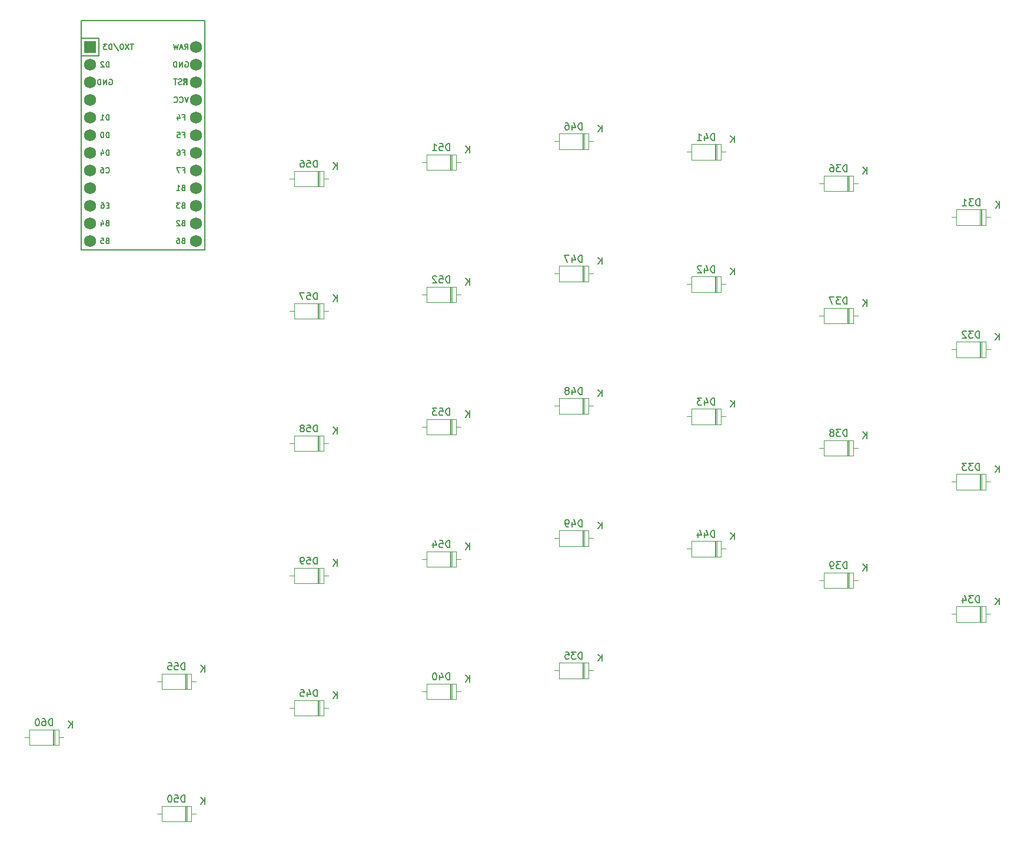
<source format=gbr>
%TF.GenerationSoftware,KiCad,Pcbnew,8.0.6*%
%TF.CreationDate,2025-02-14T20:47:42-05:00*%
%TF.ProjectId,KeyBoard_2nd_half,4b657942-6f61-4726-945f-326e645f6861,rev?*%
%TF.SameCoordinates,Original*%
%TF.FileFunction,Legend,Bot*%
%TF.FilePolarity,Positive*%
%FSLAX46Y46*%
G04 Gerber Fmt 4.6, Leading zero omitted, Abs format (unit mm)*
G04 Created by KiCad (PCBNEW 8.0.6) date 2025-02-14 20:47:42*
%MOMM*%
%LPD*%
G01*
G04 APERTURE LIST*
%ADD10C,0.150000*%
%ADD11C,0.200000*%
%ADD12C,0.120000*%
%ADD13R,1.752600X1.752600*%
%ADD14C,1.752600*%
G04 APERTURE END LIST*
D10*
X81166575Y-54808396D02*
X81166575Y-54008396D01*
X81166575Y-54008396D02*
X80976099Y-54008396D01*
X80976099Y-54008396D02*
X80861813Y-54046491D01*
X80861813Y-54046491D02*
X80785623Y-54122681D01*
X80785623Y-54122681D02*
X80747528Y-54198872D01*
X80747528Y-54198872D02*
X80709432Y-54351253D01*
X80709432Y-54351253D02*
X80709432Y-54465539D01*
X80709432Y-54465539D02*
X80747528Y-54617920D01*
X80747528Y-54617920D02*
X80785623Y-54694110D01*
X80785623Y-54694110D02*
X80861813Y-54770301D01*
X80861813Y-54770301D02*
X80976099Y-54808396D01*
X80976099Y-54808396D02*
X81166575Y-54808396D01*
X80023718Y-54275062D02*
X80023718Y-54808396D01*
X80214194Y-53970301D02*
X80404671Y-54541729D01*
X80404671Y-54541729D02*
X79909432Y-54541729D01*
X91821909Y-64549348D02*
X91707623Y-64587443D01*
X91707623Y-64587443D02*
X91669528Y-64625539D01*
X91669528Y-64625539D02*
X91631432Y-64701729D01*
X91631432Y-64701729D02*
X91631432Y-64816015D01*
X91631432Y-64816015D02*
X91669528Y-64892205D01*
X91669528Y-64892205D02*
X91707623Y-64930301D01*
X91707623Y-64930301D02*
X91783813Y-64968396D01*
X91783813Y-64968396D02*
X92088575Y-64968396D01*
X92088575Y-64968396D02*
X92088575Y-64168396D01*
X92088575Y-64168396D02*
X91821909Y-64168396D01*
X91821909Y-64168396D02*
X91745718Y-64206491D01*
X91745718Y-64206491D02*
X91707623Y-64244586D01*
X91707623Y-64244586D02*
X91669528Y-64320777D01*
X91669528Y-64320777D02*
X91669528Y-64396967D01*
X91669528Y-64396967D02*
X91707623Y-64473158D01*
X91707623Y-64473158D02*
X91745718Y-64511253D01*
X91745718Y-64511253D02*
X91821909Y-64549348D01*
X91821909Y-64549348D02*
X92088575Y-64549348D01*
X91326671Y-64244586D02*
X91288575Y-64206491D01*
X91288575Y-64206491D02*
X91212385Y-64168396D01*
X91212385Y-64168396D02*
X91021909Y-64168396D01*
X91021909Y-64168396D02*
X90945718Y-64206491D01*
X90945718Y-64206491D02*
X90907623Y-64244586D01*
X90907623Y-64244586D02*
X90869528Y-64320777D01*
X90869528Y-64320777D02*
X90869528Y-64396967D01*
X90869528Y-64396967D02*
X90907623Y-64511253D01*
X90907623Y-64511253D02*
X91364766Y-64968396D01*
X91364766Y-64968396D02*
X90869528Y-64968396D01*
X81166575Y-49728396D02*
X81166575Y-48928396D01*
X81166575Y-48928396D02*
X80976099Y-48928396D01*
X80976099Y-48928396D02*
X80861813Y-48966491D01*
X80861813Y-48966491D02*
X80785623Y-49042681D01*
X80785623Y-49042681D02*
X80747528Y-49118872D01*
X80747528Y-49118872D02*
X80709432Y-49271253D01*
X80709432Y-49271253D02*
X80709432Y-49385539D01*
X80709432Y-49385539D02*
X80747528Y-49537920D01*
X80747528Y-49537920D02*
X80785623Y-49614110D01*
X80785623Y-49614110D02*
X80861813Y-49690301D01*
X80861813Y-49690301D02*
X80976099Y-49728396D01*
X80976099Y-49728396D02*
X81166575Y-49728396D01*
X79947528Y-49728396D02*
X80404671Y-49728396D01*
X80176099Y-49728396D02*
X80176099Y-48928396D01*
X80176099Y-48928396D02*
X80252290Y-49042681D01*
X80252290Y-49042681D02*
X80328480Y-49118872D01*
X80328480Y-49118872D02*
X80404671Y-49156967D01*
X91764766Y-54389348D02*
X92031432Y-54389348D01*
X92031432Y-54808396D02*
X92031432Y-54008396D01*
X92031432Y-54008396D02*
X91650480Y-54008396D01*
X91002861Y-54008396D02*
X91155242Y-54008396D01*
X91155242Y-54008396D02*
X91231433Y-54046491D01*
X91231433Y-54046491D02*
X91269528Y-54084586D01*
X91269528Y-54084586D02*
X91345718Y-54198872D01*
X91345718Y-54198872D02*
X91383814Y-54351253D01*
X91383814Y-54351253D02*
X91383814Y-54656015D01*
X91383814Y-54656015D02*
X91345718Y-54732205D01*
X91345718Y-54732205D02*
X91307623Y-54770301D01*
X91307623Y-54770301D02*
X91231433Y-54808396D01*
X91231433Y-54808396D02*
X91079052Y-54808396D01*
X91079052Y-54808396D02*
X91002861Y-54770301D01*
X91002861Y-54770301D02*
X90964766Y-54732205D01*
X90964766Y-54732205D02*
X90926671Y-54656015D01*
X90926671Y-54656015D02*
X90926671Y-54465539D01*
X90926671Y-54465539D02*
X90964766Y-54389348D01*
X90964766Y-54389348D02*
X91002861Y-54351253D01*
X91002861Y-54351253D02*
X91079052Y-54313158D01*
X91079052Y-54313158D02*
X91231433Y-54313158D01*
X91231433Y-54313158D02*
X91307623Y-54351253D01*
X91307623Y-54351253D02*
X91345718Y-54389348D01*
X91345718Y-54389348D02*
X91383814Y-54465539D01*
X80899909Y-64549348D02*
X80785623Y-64587443D01*
X80785623Y-64587443D02*
X80747528Y-64625539D01*
X80747528Y-64625539D02*
X80709432Y-64701729D01*
X80709432Y-64701729D02*
X80709432Y-64816015D01*
X80709432Y-64816015D02*
X80747528Y-64892205D01*
X80747528Y-64892205D02*
X80785623Y-64930301D01*
X80785623Y-64930301D02*
X80861813Y-64968396D01*
X80861813Y-64968396D02*
X81166575Y-64968396D01*
X81166575Y-64968396D02*
X81166575Y-64168396D01*
X81166575Y-64168396D02*
X80899909Y-64168396D01*
X80899909Y-64168396D02*
X80823718Y-64206491D01*
X80823718Y-64206491D02*
X80785623Y-64244586D01*
X80785623Y-64244586D02*
X80747528Y-64320777D01*
X80747528Y-64320777D02*
X80747528Y-64396967D01*
X80747528Y-64396967D02*
X80785623Y-64473158D01*
X80785623Y-64473158D02*
X80823718Y-64511253D01*
X80823718Y-64511253D02*
X80899909Y-64549348D01*
X80899909Y-64549348D02*
X81166575Y-64549348D01*
X80023718Y-64435062D02*
X80023718Y-64968396D01*
X80214194Y-64130301D02*
X80404671Y-64701729D01*
X80404671Y-64701729D02*
X79909432Y-64701729D01*
X81185623Y-43886491D02*
X81261813Y-43848396D01*
X81261813Y-43848396D02*
X81376099Y-43848396D01*
X81376099Y-43848396D02*
X81490385Y-43886491D01*
X81490385Y-43886491D02*
X81566575Y-43962681D01*
X81566575Y-43962681D02*
X81604670Y-44038872D01*
X81604670Y-44038872D02*
X81642766Y-44191253D01*
X81642766Y-44191253D02*
X81642766Y-44305539D01*
X81642766Y-44305539D02*
X81604670Y-44457920D01*
X81604670Y-44457920D02*
X81566575Y-44534110D01*
X81566575Y-44534110D02*
X81490385Y-44610301D01*
X81490385Y-44610301D02*
X81376099Y-44648396D01*
X81376099Y-44648396D02*
X81299908Y-44648396D01*
X81299908Y-44648396D02*
X81185623Y-44610301D01*
X81185623Y-44610301D02*
X81147527Y-44572205D01*
X81147527Y-44572205D02*
X81147527Y-44305539D01*
X81147527Y-44305539D02*
X81299908Y-44305539D01*
X80804670Y-44648396D02*
X80804670Y-43848396D01*
X80804670Y-43848396D02*
X80347527Y-44648396D01*
X80347527Y-44648396D02*
X80347527Y-43848396D01*
X79966575Y-44648396D02*
X79966575Y-43848396D01*
X79966575Y-43848396D02*
X79776099Y-43848396D01*
X79776099Y-43848396D02*
X79661813Y-43886491D01*
X79661813Y-43886491D02*
X79585623Y-43962681D01*
X79585623Y-43962681D02*
X79547528Y-44038872D01*
X79547528Y-44038872D02*
X79509432Y-44191253D01*
X79509432Y-44191253D02*
X79509432Y-44305539D01*
X79509432Y-44305539D02*
X79547528Y-44457920D01*
X79547528Y-44457920D02*
X79585623Y-44534110D01*
X79585623Y-44534110D02*
X79661813Y-44610301D01*
X79661813Y-44610301D02*
X79776099Y-44648396D01*
X79776099Y-44648396D02*
X79966575Y-44648396D01*
X81166575Y-52268396D02*
X81166575Y-51468396D01*
X81166575Y-51468396D02*
X80976099Y-51468396D01*
X80976099Y-51468396D02*
X80861813Y-51506491D01*
X80861813Y-51506491D02*
X80785623Y-51582681D01*
X80785623Y-51582681D02*
X80747528Y-51658872D01*
X80747528Y-51658872D02*
X80709432Y-51811253D01*
X80709432Y-51811253D02*
X80709432Y-51925539D01*
X80709432Y-51925539D02*
X80747528Y-52077920D01*
X80747528Y-52077920D02*
X80785623Y-52154110D01*
X80785623Y-52154110D02*
X80861813Y-52230301D01*
X80861813Y-52230301D02*
X80976099Y-52268396D01*
X80976099Y-52268396D02*
X81166575Y-52268396D01*
X80214194Y-51468396D02*
X80138004Y-51468396D01*
X80138004Y-51468396D02*
X80061813Y-51506491D01*
X80061813Y-51506491D02*
X80023718Y-51544586D01*
X80023718Y-51544586D02*
X79985623Y-51620777D01*
X79985623Y-51620777D02*
X79947528Y-51773158D01*
X79947528Y-51773158D02*
X79947528Y-51963634D01*
X79947528Y-51963634D02*
X79985623Y-52116015D01*
X79985623Y-52116015D02*
X80023718Y-52192205D01*
X80023718Y-52192205D02*
X80061813Y-52230301D01*
X80061813Y-52230301D02*
X80138004Y-52268396D01*
X80138004Y-52268396D02*
X80214194Y-52268396D01*
X80214194Y-52268396D02*
X80290385Y-52230301D01*
X80290385Y-52230301D02*
X80328480Y-52192205D01*
X80328480Y-52192205D02*
X80366575Y-52116015D01*
X80366575Y-52116015D02*
X80404671Y-51963634D01*
X80404671Y-51963634D02*
X80404671Y-51773158D01*
X80404671Y-51773158D02*
X80366575Y-51620777D01*
X80366575Y-51620777D02*
X80328480Y-51544586D01*
X80328480Y-51544586D02*
X80290385Y-51506491D01*
X80290385Y-51506491D02*
X80214194Y-51468396D01*
X91764766Y-56929348D02*
X92031432Y-56929348D01*
X92031432Y-57348396D02*
X92031432Y-56548396D01*
X92031432Y-56548396D02*
X91650480Y-56548396D01*
X91421909Y-56548396D02*
X90888575Y-56548396D01*
X90888575Y-56548396D02*
X91231433Y-57348396D01*
X91821909Y-59469348D02*
X91707623Y-59507443D01*
X91707623Y-59507443D02*
X91669528Y-59545539D01*
X91669528Y-59545539D02*
X91631432Y-59621729D01*
X91631432Y-59621729D02*
X91631432Y-59736015D01*
X91631432Y-59736015D02*
X91669528Y-59812205D01*
X91669528Y-59812205D02*
X91707623Y-59850301D01*
X91707623Y-59850301D02*
X91783813Y-59888396D01*
X91783813Y-59888396D02*
X92088575Y-59888396D01*
X92088575Y-59888396D02*
X92088575Y-59088396D01*
X92088575Y-59088396D02*
X91821909Y-59088396D01*
X91821909Y-59088396D02*
X91745718Y-59126491D01*
X91745718Y-59126491D02*
X91707623Y-59164586D01*
X91707623Y-59164586D02*
X91669528Y-59240777D01*
X91669528Y-59240777D02*
X91669528Y-59316967D01*
X91669528Y-59316967D02*
X91707623Y-59393158D01*
X91707623Y-59393158D02*
X91745718Y-59431253D01*
X91745718Y-59431253D02*
X91821909Y-59469348D01*
X91821909Y-59469348D02*
X92088575Y-59469348D01*
X90869528Y-59888396D02*
X91326671Y-59888396D01*
X91098099Y-59888396D02*
X91098099Y-59088396D01*
X91098099Y-59088396D02*
X91174290Y-59202681D01*
X91174290Y-59202681D02*
X91250480Y-59278872D01*
X91250480Y-59278872D02*
X91326671Y-59316967D01*
X91610433Y-44590301D02*
X91496147Y-44628396D01*
X91496147Y-44628396D02*
X91305671Y-44628396D01*
X91305671Y-44628396D02*
X91229480Y-44590301D01*
X91229480Y-44590301D02*
X91191385Y-44552205D01*
X91191385Y-44552205D02*
X91153290Y-44476015D01*
X91153290Y-44476015D02*
X91153290Y-44399824D01*
X91153290Y-44399824D02*
X91191385Y-44323634D01*
X91191385Y-44323634D02*
X91229480Y-44285539D01*
X91229480Y-44285539D02*
X91305671Y-44247443D01*
X91305671Y-44247443D02*
X91458052Y-44209348D01*
X91458052Y-44209348D02*
X91534242Y-44171253D01*
X91534242Y-44171253D02*
X91572337Y-44133158D01*
X91572337Y-44133158D02*
X91610433Y-44056967D01*
X91610433Y-44056967D02*
X91610433Y-43980777D01*
X91610433Y-43980777D02*
X91572337Y-43904586D01*
X91572337Y-43904586D02*
X91534242Y-43866491D01*
X91534242Y-43866491D02*
X91458052Y-43828396D01*
X91458052Y-43828396D02*
X91267575Y-43828396D01*
X91267575Y-43828396D02*
X91153290Y-43866491D01*
X90924718Y-43828396D02*
X90467575Y-43828396D01*
X90696147Y-44628396D02*
X90696147Y-43828396D01*
X91821909Y-62009348D02*
X91707623Y-62047443D01*
X91707623Y-62047443D02*
X91669528Y-62085539D01*
X91669528Y-62085539D02*
X91631432Y-62161729D01*
X91631432Y-62161729D02*
X91631432Y-62276015D01*
X91631432Y-62276015D02*
X91669528Y-62352205D01*
X91669528Y-62352205D02*
X91707623Y-62390301D01*
X91707623Y-62390301D02*
X91783813Y-62428396D01*
X91783813Y-62428396D02*
X92088575Y-62428396D01*
X92088575Y-62428396D02*
X92088575Y-61628396D01*
X92088575Y-61628396D02*
X91821909Y-61628396D01*
X91821909Y-61628396D02*
X91745718Y-61666491D01*
X91745718Y-61666491D02*
X91707623Y-61704586D01*
X91707623Y-61704586D02*
X91669528Y-61780777D01*
X91669528Y-61780777D02*
X91669528Y-61856967D01*
X91669528Y-61856967D02*
X91707623Y-61933158D01*
X91707623Y-61933158D02*
X91745718Y-61971253D01*
X91745718Y-61971253D02*
X91821909Y-62009348D01*
X91821909Y-62009348D02*
X92088575Y-62009348D01*
X91364766Y-61628396D02*
X90869528Y-61628396D01*
X90869528Y-61628396D02*
X91136194Y-61933158D01*
X91136194Y-61933158D02*
X91021909Y-61933158D01*
X91021909Y-61933158D02*
X90945718Y-61971253D01*
X90945718Y-61971253D02*
X90907623Y-62009348D01*
X90907623Y-62009348D02*
X90869528Y-62085539D01*
X90869528Y-62085539D02*
X90869528Y-62276015D01*
X90869528Y-62276015D02*
X90907623Y-62352205D01*
X90907623Y-62352205D02*
X90945718Y-62390301D01*
X90945718Y-62390301D02*
X91021909Y-62428396D01*
X91021909Y-62428396D02*
X91250480Y-62428396D01*
X91250480Y-62428396D02*
X91326671Y-62390301D01*
X91326671Y-62390301D02*
X91364766Y-62352205D01*
X80709432Y-57272205D02*
X80747528Y-57310301D01*
X80747528Y-57310301D02*
X80861813Y-57348396D01*
X80861813Y-57348396D02*
X80938004Y-57348396D01*
X80938004Y-57348396D02*
X81052290Y-57310301D01*
X81052290Y-57310301D02*
X81128480Y-57234110D01*
X81128480Y-57234110D02*
X81166575Y-57157920D01*
X81166575Y-57157920D02*
X81204671Y-57005539D01*
X81204671Y-57005539D02*
X81204671Y-56891253D01*
X81204671Y-56891253D02*
X81166575Y-56738872D01*
X81166575Y-56738872D02*
X81128480Y-56662681D01*
X81128480Y-56662681D02*
X81052290Y-56586491D01*
X81052290Y-56586491D02*
X80938004Y-56548396D01*
X80938004Y-56548396D02*
X80861813Y-56548396D01*
X80861813Y-56548396D02*
X80747528Y-56586491D01*
X80747528Y-56586491D02*
X80709432Y-56624586D01*
X80023718Y-56548396D02*
X80176099Y-56548396D01*
X80176099Y-56548396D02*
X80252290Y-56586491D01*
X80252290Y-56586491D02*
X80290385Y-56624586D01*
X80290385Y-56624586D02*
X80366575Y-56738872D01*
X80366575Y-56738872D02*
X80404671Y-56891253D01*
X80404671Y-56891253D02*
X80404671Y-57196015D01*
X80404671Y-57196015D02*
X80366575Y-57272205D01*
X80366575Y-57272205D02*
X80328480Y-57310301D01*
X80328480Y-57310301D02*
X80252290Y-57348396D01*
X80252290Y-57348396D02*
X80099909Y-57348396D01*
X80099909Y-57348396D02*
X80023718Y-57310301D01*
X80023718Y-57310301D02*
X79985623Y-57272205D01*
X79985623Y-57272205D02*
X79947528Y-57196015D01*
X79947528Y-57196015D02*
X79947528Y-57005539D01*
X79947528Y-57005539D02*
X79985623Y-56929348D01*
X79985623Y-56929348D02*
X80023718Y-56891253D01*
X80023718Y-56891253D02*
X80099909Y-56853158D01*
X80099909Y-56853158D02*
X80252290Y-56853158D01*
X80252290Y-56853158D02*
X80328480Y-56891253D01*
X80328480Y-56891253D02*
X80366575Y-56929348D01*
X80366575Y-56929348D02*
X80404671Y-57005539D01*
X81166575Y-42108396D02*
X81166575Y-41308396D01*
X81166575Y-41308396D02*
X80976099Y-41308396D01*
X80976099Y-41308396D02*
X80861813Y-41346491D01*
X80861813Y-41346491D02*
X80785623Y-41422681D01*
X80785623Y-41422681D02*
X80747528Y-41498872D01*
X80747528Y-41498872D02*
X80709432Y-41651253D01*
X80709432Y-41651253D02*
X80709432Y-41765539D01*
X80709432Y-41765539D02*
X80747528Y-41917920D01*
X80747528Y-41917920D02*
X80785623Y-41994110D01*
X80785623Y-41994110D02*
X80861813Y-42070301D01*
X80861813Y-42070301D02*
X80976099Y-42108396D01*
X80976099Y-42108396D02*
X81166575Y-42108396D01*
X80404671Y-41384586D02*
X80366575Y-41346491D01*
X80366575Y-41346491D02*
X80290385Y-41308396D01*
X80290385Y-41308396D02*
X80099909Y-41308396D01*
X80099909Y-41308396D02*
X80023718Y-41346491D01*
X80023718Y-41346491D02*
X79985623Y-41384586D01*
X79985623Y-41384586D02*
X79947528Y-41460777D01*
X79947528Y-41460777D02*
X79947528Y-41536967D01*
X79947528Y-41536967D02*
X79985623Y-41651253D01*
X79985623Y-41651253D02*
X80442766Y-42108396D01*
X80442766Y-42108396D02*
X79947528Y-42108396D01*
X84655704Y-38768396D02*
X84198561Y-38768396D01*
X84427133Y-39568396D02*
X84427133Y-38768396D01*
X84008085Y-38768396D02*
X83474751Y-39568396D01*
X83474751Y-38768396D02*
X84008085Y-39568396D01*
X83017608Y-38768396D02*
X82941418Y-38768396D01*
X82941418Y-38768396D02*
X82865227Y-38806491D01*
X82865227Y-38806491D02*
X82827132Y-38844586D01*
X82827132Y-38844586D02*
X82789037Y-38920777D01*
X82789037Y-38920777D02*
X82750942Y-39073158D01*
X82750942Y-39073158D02*
X82750942Y-39263634D01*
X82750942Y-39263634D02*
X82789037Y-39416015D01*
X82789037Y-39416015D02*
X82827132Y-39492205D01*
X82827132Y-39492205D02*
X82865227Y-39530301D01*
X82865227Y-39530301D02*
X82941418Y-39568396D01*
X82941418Y-39568396D02*
X83017608Y-39568396D01*
X83017608Y-39568396D02*
X83093799Y-39530301D01*
X83093799Y-39530301D02*
X83131894Y-39492205D01*
X83131894Y-39492205D02*
X83169989Y-39416015D01*
X83169989Y-39416015D02*
X83208085Y-39263634D01*
X83208085Y-39263634D02*
X83208085Y-39073158D01*
X83208085Y-39073158D02*
X83169989Y-38920777D01*
X83169989Y-38920777D02*
X83131894Y-38844586D01*
X83131894Y-38844586D02*
X83093799Y-38806491D01*
X83093799Y-38806491D02*
X83017608Y-38768396D01*
X81836656Y-38730301D02*
X82522370Y-39758872D01*
X81569989Y-39568396D02*
X81569989Y-38768396D01*
X81569989Y-38768396D02*
X81379513Y-38768396D01*
X81379513Y-38768396D02*
X81265227Y-38806491D01*
X81265227Y-38806491D02*
X81189037Y-38882681D01*
X81189037Y-38882681D02*
X81150942Y-38958872D01*
X81150942Y-38958872D02*
X81112846Y-39111253D01*
X81112846Y-39111253D02*
X81112846Y-39225539D01*
X81112846Y-39225539D02*
X81150942Y-39377920D01*
X81150942Y-39377920D02*
X81189037Y-39454110D01*
X81189037Y-39454110D02*
X81265227Y-39530301D01*
X81265227Y-39530301D02*
X81379513Y-39568396D01*
X81379513Y-39568396D02*
X81569989Y-39568396D01*
X80846180Y-38768396D02*
X80350942Y-38768396D01*
X80350942Y-38768396D02*
X80617608Y-39073158D01*
X80617608Y-39073158D02*
X80503323Y-39073158D01*
X80503323Y-39073158D02*
X80427132Y-39111253D01*
X80427132Y-39111253D02*
X80389037Y-39149348D01*
X80389037Y-39149348D02*
X80350942Y-39225539D01*
X80350942Y-39225539D02*
X80350942Y-39416015D01*
X80350942Y-39416015D02*
X80389037Y-39492205D01*
X80389037Y-39492205D02*
X80427132Y-39530301D01*
X80427132Y-39530301D02*
X80503323Y-39568396D01*
X80503323Y-39568396D02*
X80731894Y-39568396D01*
X80731894Y-39568396D02*
X80808085Y-39530301D01*
X80808085Y-39530301D02*
X80846180Y-39492205D01*
X92050480Y-39568396D02*
X92317147Y-39187443D01*
X92507623Y-39568396D02*
X92507623Y-38768396D01*
X92507623Y-38768396D02*
X92202861Y-38768396D01*
X92202861Y-38768396D02*
X92126671Y-38806491D01*
X92126671Y-38806491D02*
X92088576Y-38844586D01*
X92088576Y-38844586D02*
X92050480Y-38920777D01*
X92050480Y-38920777D02*
X92050480Y-39035062D01*
X92050480Y-39035062D02*
X92088576Y-39111253D01*
X92088576Y-39111253D02*
X92126671Y-39149348D01*
X92126671Y-39149348D02*
X92202861Y-39187443D01*
X92202861Y-39187443D02*
X92507623Y-39187443D01*
X91745719Y-39339824D02*
X91364766Y-39339824D01*
X91821909Y-39568396D02*
X91555242Y-38768396D01*
X91555242Y-38768396D02*
X91288576Y-39568396D01*
X91098100Y-38768396D02*
X90907624Y-39568396D01*
X90907624Y-39568396D02*
X90755243Y-38996967D01*
X90755243Y-38996967D02*
X90602862Y-39568396D01*
X90602862Y-39568396D02*
X90412386Y-38768396D01*
X81128480Y-62009348D02*
X80861814Y-62009348D01*
X80747528Y-62428396D02*
X81128480Y-62428396D01*
X81128480Y-62428396D02*
X81128480Y-61628396D01*
X81128480Y-61628396D02*
X80747528Y-61628396D01*
X80061813Y-61628396D02*
X80214194Y-61628396D01*
X80214194Y-61628396D02*
X80290385Y-61666491D01*
X80290385Y-61666491D02*
X80328480Y-61704586D01*
X80328480Y-61704586D02*
X80404670Y-61818872D01*
X80404670Y-61818872D02*
X80442766Y-61971253D01*
X80442766Y-61971253D02*
X80442766Y-62276015D01*
X80442766Y-62276015D02*
X80404670Y-62352205D01*
X80404670Y-62352205D02*
X80366575Y-62390301D01*
X80366575Y-62390301D02*
X80290385Y-62428396D01*
X80290385Y-62428396D02*
X80138004Y-62428396D01*
X80138004Y-62428396D02*
X80061813Y-62390301D01*
X80061813Y-62390301D02*
X80023718Y-62352205D01*
X80023718Y-62352205D02*
X79985623Y-62276015D01*
X79985623Y-62276015D02*
X79985623Y-62085539D01*
X79985623Y-62085539D02*
X80023718Y-62009348D01*
X80023718Y-62009348D02*
X80061813Y-61971253D01*
X80061813Y-61971253D02*
X80138004Y-61933158D01*
X80138004Y-61933158D02*
X80290385Y-61933158D01*
X80290385Y-61933158D02*
X80366575Y-61971253D01*
X80366575Y-61971253D02*
X80404670Y-62009348D01*
X80404670Y-62009348D02*
X80442766Y-62085539D01*
X92107623Y-41346491D02*
X92183813Y-41308396D01*
X92183813Y-41308396D02*
X92298099Y-41308396D01*
X92298099Y-41308396D02*
X92412385Y-41346491D01*
X92412385Y-41346491D02*
X92488575Y-41422681D01*
X92488575Y-41422681D02*
X92526670Y-41498872D01*
X92526670Y-41498872D02*
X92564766Y-41651253D01*
X92564766Y-41651253D02*
X92564766Y-41765539D01*
X92564766Y-41765539D02*
X92526670Y-41917920D01*
X92526670Y-41917920D02*
X92488575Y-41994110D01*
X92488575Y-41994110D02*
X92412385Y-42070301D01*
X92412385Y-42070301D02*
X92298099Y-42108396D01*
X92298099Y-42108396D02*
X92221908Y-42108396D01*
X92221908Y-42108396D02*
X92107623Y-42070301D01*
X92107623Y-42070301D02*
X92069527Y-42032205D01*
X92069527Y-42032205D02*
X92069527Y-41765539D01*
X92069527Y-41765539D02*
X92221908Y-41765539D01*
X91726670Y-42108396D02*
X91726670Y-41308396D01*
X91726670Y-41308396D02*
X91269527Y-42108396D01*
X91269527Y-42108396D02*
X91269527Y-41308396D01*
X90888575Y-42108396D02*
X90888575Y-41308396D01*
X90888575Y-41308396D02*
X90698099Y-41308396D01*
X90698099Y-41308396D02*
X90583813Y-41346491D01*
X90583813Y-41346491D02*
X90507623Y-41422681D01*
X90507623Y-41422681D02*
X90469528Y-41498872D01*
X90469528Y-41498872D02*
X90431432Y-41651253D01*
X90431432Y-41651253D02*
X90431432Y-41765539D01*
X90431432Y-41765539D02*
X90469528Y-41917920D01*
X90469528Y-41917920D02*
X90507623Y-41994110D01*
X90507623Y-41994110D02*
X90583813Y-42070301D01*
X90583813Y-42070301D02*
X90698099Y-42108396D01*
X90698099Y-42108396D02*
X90888575Y-42108396D01*
X91821909Y-67089348D02*
X91707623Y-67127443D01*
X91707623Y-67127443D02*
X91669528Y-67165539D01*
X91669528Y-67165539D02*
X91631432Y-67241729D01*
X91631432Y-67241729D02*
X91631432Y-67356015D01*
X91631432Y-67356015D02*
X91669528Y-67432205D01*
X91669528Y-67432205D02*
X91707623Y-67470301D01*
X91707623Y-67470301D02*
X91783813Y-67508396D01*
X91783813Y-67508396D02*
X92088575Y-67508396D01*
X92088575Y-67508396D02*
X92088575Y-66708396D01*
X92088575Y-66708396D02*
X91821909Y-66708396D01*
X91821909Y-66708396D02*
X91745718Y-66746491D01*
X91745718Y-66746491D02*
X91707623Y-66784586D01*
X91707623Y-66784586D02*
X91669528Y-66860777D01*
X91669528Y-66860777D02*
X91669528Y-66936967D01*
X91669528Y-66936967D02*
X91707623Y-67013158D01*
X91707623Y-67013158D02*
X91745718Y-67051253D01*
X91745718Y-67051253D02*
X91821909Y-67089348D01*
X91821909Y-67089348D02*
X92088575Y-67089348D01*
X90945718Y-66708396D02*
X91098099Y-66708396D01*
X91098099Y-66708396D02*
X91174290Y-66746491D01*
X91174290Y-66746491D02*
X91212385Y-66784586D01*
X91212385Y-66784586D02*
X91288575Y-66898872D01*
X91288575Y-66898872D02*
X91326671Y-67051253D01*
X91326671Y-67051253D02*
X91326671Y-67356015D01*
X91326671Y-67356015D02*
X91288575Y-67432205D01*
X91288575Y-67432205D02*
X91250480Y-67470301D01*
X91250480Y-67470301D02*
X91174290Y-67508396D01*
X91174290Y-67508396D02*
X91021909Y-67508396D01*
X91021909Y-67508396D02*
X90945718Y-67470301D01*
X90945718Y-67470301D02*
X90907623Y-67432205D01*
X90907623Y-67432205D02*
X90869528Y-67356015D01*
X90869528Y-67356015D02*
X90869528Y-67165539D01*
X90869528Y-67165539D02*
X90907623Y-67089348D01*
X90907623Y-67089348D02*
X90945718Y-67051253D01*
X90945718Y-67051253D02*
X91021909Y-67013158D01*
X91021909Y-67013158D02*
X91174290Y-67013158D01*
X91174290Y-67013158D02*
X91250480Y-67051253D01*
X91250480Y-67051253D02*
X91288575Y-67089348D01*
X91288575Y-67089348D02*
X91326671Y-67165539D01*
X91764766Y-49309348D02*
X92031432Y-49309348D01*
X92031432Y-49728396D02*
X92031432Y-48928396D01*
X92031432Y-48928396D02*
X91650480Y-48928396D01*
X91002861Y-49195062D02*
X91002861Y-49728396D01*
X91193337Y-48890301D02*
X91383814Y-49461729D01*
X91383814Y-49461729D02*
X90888575Y-49461729D01*
X92564766Y-46388396D02*
X92298099Y-47188396D01*
X92298099Y-47188396D02*
X92031433Y-46388396D01*
X91307623Y-47112205D02*
X91345719Y-47150301D01*
X91345719Y-47150301D02*
X91460004Y-47188396D01*
X91460004Y-47188396D02*
X91536195Y-47188396D01*
X91536195Y-47188396D02*
X91650481Y-47150301D01*
X91650481Y-47150301D02*
X91726671Y-47074110D01*
X91726671Y-47074110D02*
X91764766Y-46997920D01*
X91764766Y-46997920D02*
X91802862Y-46845539D01*
X91802862Y-46845539D02*
X91802862Y-46731253D01*
X91802862Y-46731253D02*
X91764766Y-46578872D01*
X91764766Y-46578872D02*
X91726671Y-46502681D01*
X91726671Y-46502681D02*
X91650481Y-46426491D01*
X91650481Y-46426491D02*
X91536195Y-46388396D01*
X91536195Y-46388396D02*
X91460004Y-46388396D01*
X91460004Y-46388396D02*
X91345719Y-46426491D01*
X91345719Y-46426491D02*
X91307623Y-46464586D01*
X90507623Y-47112205D02*
X90545719Y-47150301D01*
X90545719Y-47150301D02*
X90660004Y-47188396D01*
X90660004Y-47188396D02*
X90736195Y-47188396D01*
X90736195Y-47188396D02*
X90850481Y-47150301D01*
X90850481Y-47150301D02*
X90926671Y-47074110D01*
X90926671Y-47074110D02*
X90964766Y-46997920D01*
X90964766Y-46997920D02*
X91002862Y-46845539D01*
X91002862Y-46845539D02*
X91002862Y-46731253D01*
X91002862Y-46731253D02*
X90964766Y-46578872D01*
X90964766Y-46578872D02*
X90926671Y-46502681D01*
X90926671Y-46502681D02*
X90850481Y-46426491D01*
X90850481Y-46426491D02*
X90736195Y-46388396D01*
X90736195Y-46388396D02*
X90660004Y-46388396D01*
X90660004Y-46388396D02*
X90545719Y-46426491D01*
X90545719Y-46426491D02*
X90507623Y-46464586D01*
X91764766Y-51849348D02*
X92031432Y-51849348D01*
X92031432Y-52268396D02*
X92031432Y-51468396D01*
X92031432Y-51468396D02*
X91650480Y-51468396D01*
X90964766Y-51468396D02*
X91345718Y-51468396D01*
X91345718Y-51468396D02*
X91383814Y-51849348D01*
X91383814Y-51849348D02*
X91345718Y-51811253D01*
X91345718Y-51811253D02*
X91269528Y-51773158D01*
X91269528Y-51773158D02*
X91079052Y-51773158D01*
X91079052Y-51773158D02*
X91002861Y-51811253D01*
X91002861Y-51811253D02*
X90964766Y-51849348D01*
X90964766Y-51849348D02*
X90926671Y-51925539D01*
X90926671Y-51925539D02*
X90926671Y-52116015D01*
X90926671Y-52116015D02*
X90964766Y-52192205D01*
X90964766Y-52192205D02*
X91002861Y-52230301D01*
X91002861Y-52230301D02*
X91079052Y-52268396D01*
X91079052Y-52268396D02*
X91269528Y-52268396D01*
X91269528Y-52268396D02*
X91345718Y-52230301D01*
X91345718Y-52230301D02*
X91383814Y-52192205D01*
X80899909Y-67089348D02*
X80785623Y-67127443D01*
X80785623Y-67127443D02*
X80747528Y-67165539D01*
X80747528Y-67165539D02*
X80709432Y-67241729D01*
X80709432Y-67241729D02*
X80709432Y-67356015D01*
X80709432Y-67356015D02*
X80747528Y-67432205D01*
X80747528Y-67432205D02*
X80785623Y-67470301D01*
X80785623Y-67470301D02*
X80861813Y-67508396D01*
X80861813Y-67508396D02*
X81166575Y-67508396D01*
X81166575Y-67508396D02*
X81166575Y-66708396D01*
X81166575Y-66708396D02*
X80899909Y-66708396D01*
X80899909Y-66708396D02*
X80823718Y-66746491D01*
X80823718Y-66746491D02*
X80785623Y-66784586D01*
X80785623Y-66784586D02*
X80747528Y-66860777D01*
X80747528Y-66860777D02*
X80747528Y-66936967D01*
X80747528Y-66936967D02*
X80785623Y-67013158D01*
X80785623Y-67013158D02*
X80823718Y-67051253D01*
X80823718Y-67051253D02*
X80899909Y-67089348D01*
X80899909Y-67089348D02*
X81166575Y-67089348D01*
X79985623Y-66708396D02*
X80366575Y-66708396D01*
X80366575Y-66708396D02*
X80404671Y-67089348D01*
X80404671Y-67089348D02*
X80366575Y-67051253D01*
X80366575Y-67051253D02*
X80290385Y-67013158D01*
X80290385Y-67013158D02*
X80099909Y-67013158D01*
X80099909Y-67013158D02*
X80023718Y-67051253D01*
X80023718Y-67051253D02*
X79985623Y-67089348D01*
X79985623Y-67089348D02*
X79947528Y-67165539D01*
X79947528Y-67165539D02*
X79947528Y-67356015D01*
X79947528Y-67356015D02*
X79985623Y-67432205D01*
X79985623Y-67432205D02*
X80023718Y-67470301D01*
X80023718Y-67470301D02*
X80099909Y-67508396D01*
X80099909Y-67508396D02*
X80290385Y-67508396D01*
X80290385Y-67508396D02*
X80366575Y-67470301D01*
X80366575Y-67470301D02*
X80404671Y-67432205D01*
X111116385Y-56531795D02*
X111116385Y-55531795D01*
X111116385Y-55531795D02*
X110878290Y-55531795D01*
X110878290Y-55531795D02*
X110735433Y-55579414D01*
X110735433Y-55579414D02*
X110640195Y-55674652D01*
X110640195Y-55674652D02*
X110592576Y-55769890D01*
X110592576Y-55769890D02*
X110544957Y-55960366D01*
X110544957Y-55960366D02*
X110544957Y-56103223D01*
X110544957Y-56103223D02*
X110592576Y-56293699D01*
X110592576Y-56293699D02*
X110640195Y-56388937D01*
X110640195Y-56388937D02*
X110735433Y-56484176D01*
X110735433Y-56484176D02*
X110878290Y-56531795D01*
X110878290Y-56531795D02*
X111116385Y-56531795D01*
X109640195Y-55531795D02*
X110116385Y-55531795D01*
X110116385Y-55531795D02*
X110164004Y-56007985D01*
X110164004Y-56007985D02*
X110116385Y-55960366D01*
X110116385Y-55960366D02*
X110021147Y-55912747D01*
X110021147Y-55912747D02*
X109783052Y-55912747D01*
X109783052Y-55912747D02*
X109687814Y-55960366D01*
X109687814Y-55960366D02*
X109640195Y-56007985D01*
X109640195Y-56007985D02*
X109592576Y-56103223D01*
X109592576Y-56103223D02*
X109592576Y-56341318D01*
X109592576Y-56341318D02*
X109640195Y-56436556D01*
X109640195Y-56436556D02*
X109687814Y-56484176D01*
X109687814Y-56484176D02*
X109783052Y-56531795D01*
X109783052Y-56531795D02*
X110021147Y-56531795D01*
X110021147Y-56531795D02*
X110116385Y-56484176D01*
X110116385Y-56484176D02*
X110164004Y-56436556D01*
X108735433Y-55531795D02*
X108925909Y-55531795D01*
X108925909Y-55531795D02*
X109021147Y-55579414D01*
X109021147Y-55579414D02*
X109068766Y-55627033D01*
X109068766Y-55627033D02*
X109164004Y-55769890D01*
X109164004Y-55769890D02*
X109211623Y-55960366D01*
X109211623Y-55960366D02*
X109211623Y-56341318D01*
X109211623Y-56341318D02*
X109164004Y-56436556D01*
X109164004Y-56436556D02*
X109116385Y-56484176D01*
X109116385Y-56484176D02*
X109021147Y-56531795D01*
X109021147Y-56531795D02*
X108830671Y-56531795D01*
X108830671Y-56531795D02*
X108735433Y-56484176D01*
X108735433Y-56484176D02*
X108687814Y-56436556D01*
X108687814Y-56436556D02*
X108640195Y-56341318D01*
X108640195Y-56341318D02*
X108640195Y-56103223D01*
X108640195Y-56103223D02*
X108687814Y-56007985D01*
X108687814Y-56007985D02*
X108735433Y-55960366D01*
X108735433Y-55960366D02*
X108830671Y-55912747D01*
X108830671Y-55912747D02*
X109021147Y-55912747D01*
X109021147Y-55912747D02*
X109116385Y-55960366D01*
X109116385Y-55960366D02*
X109164004Y-56007985D01*
X109164004Y-56007985D02*
X109211623Y-56103223D01*
X113974004Y-56851795D02*
X113974004Y-55851795D01*
X113402576Y-56851795D02*
X113831147Y-56280366D01*
X113402576Y-55851795D02*
X113974004Y-56423223D01*
X168266385Y-90756795D02*
X168266385Y-89756795D01*
X168266385Y-89756795D02*
X168028290Y-89756795D01*
X168028290Y-89756795D02*
X167885433Y-89804414D01*
X167885433Y-89804414D02*
X167790195Y-89899652D01*
X167790195Y-89899652D02*
X167742576Y-89994890D01*
X167742576Y-89994890D02*
X167694957Y-90185366D01*
X167694957Y-90185366D02*
X167694957Y-90328223D01*
X167694957Y-90328223D02*
X167742576Y-90518699D01*
X167742576Y-90518699D02*
X167790195Y-90613937D01*
X167790195Y-90613937D02*
X167885433Y-90709176D01*
X167885433Y-90709176D02*
X168028290Y-90756795D01*
X168028290Y-90756795D02*
X168266385Y-90756795D01*
X166837814Y-90090128D02*
X166837814Y-90756795D01*
X167075909Y-89709176D02*
X167314004Y-90423461D01*
X167314004Y-90423461D02*
X166694957Y-90423461D01*
X166409242Y-89756795D02*
X165790195Y-89756795D01*
X165790195Y-89756795D02*
X166123528Y-90137747D01*
X166123528Y-90137747D02*
X165980671Y-90137747D01*
X165980671Y-90137747D02*
X165885433Y-90185366D01*
X165885433Y-90185366D02*
X165837814Y-90232985D01*
X165837814Y-90232985D02*
X165790195Y-90328223D01*
X165790195Y-90328223D02*
X165790195Y-90566318D01*
X165790195Y-90566318D02*
X165837814Y-90661556D01*
X165837814Y-90661556D02*
X165885433Y-90709176D01*
X165885433Y-90709176D02*
X165980671Y-90756795D01*
X165980671Y-90756795D02*
X166266385Y-90756795D01*
X166266385Y-90756795D02*
X166361623Y-90709176D01*
X166361623Y-90709176D02*
X166409242Y-90661556D01*
X171124004Y-91076795D02*
X171124004Y-90076795D01*
X170552576Y-91076795D02*
X170981147Y-90505366D01*
X170552576Y-90076795D02*
X171124004Y-90648223D01*
X187316385Y-95281795D02*
X187316385Y-94281795D01*
X187316385Y-94281795D02*
X187078290Y-94281795D01*
X187078290Y-94281795D02*
X186935433Y-94329414D01*
X186935433Y-94329414D02*
X186840195Y-94424652D01*
X186840195Y-94424652D02*
X186792576Y-94519890D01*
X186792576Y-94519890D02*
X186744957Y-94710366D01*
X186744957Y-94710366D02*
X186744957Y-94853223D01*
X186744957Y-94853223D02*
X186792576Y-95043699D01*
X186792576Y-95043699D02*
X186840195Y-95138937D01*
X186840195Y-95138937D02*
X186935433Y-95234176D01*
X186935433Y-95234176D02*
X187078290Y-95281795D01*
X187078290Y-95281795D02*
X187316385Y-95281795D01*
X186411623Y-94281795D02*
X185792576Y-94281795D01*
X185792576Y-94281795D02*
X186125909Y-94662747D01*
X186125909Y-94662747D02*
X185983052Y-94662747D01*
X185983052Y-94662747D02*
X185887814Y-94710366D01*
X185887814Y-94710366D02*
X185840195Y-94757985D01*
X185840195Y-94757985D02*
X185792576Y-94853223D01*
X185792576Y-94853223D02*
X185792576Y-95091318D01*
X185792576Y-95091318D02*
X185840195Y-95186556D01*
X185840195Y-95186556D02*
X185887814Y-95234176D01*
X185887814Y-95234176D02*
X185983052Y-95281795D01*
X185983052Y-95281795D02*
X186268766Y-95281795D01*
X186268766Y-95281795D02*
X186364004Y-95234176D01*
X186364004Y-95234176D02*
X186411623Y-95186556D01*
X185221147Y-94710366D02*
X185316385Y-94662747D01*
X185316385Y-94662747D02*
X185364004Y-94615128D01*
X185364004Y-94615128D02*
X185411623Y-94519890D01*
X185411623Y-94519890D02*
X185411623Y-94472271D01*
X185411623Y-94472271D02*
X185364004Y-94377033D01*
X185364004Y-94377033D02*
X185316385Y-94329414D01*
X185316385Y-94329414D02*
X185221147Y-94281795D01*
X185221147Y-94281795D02*
X185030671Y-94281795D01*
X185030671Y-94281795D02*
X184935433Y-94329414D01*
X184935433Y-94329414D02*
X184887814Y-94377033D01*
X184887814Y-94377033D02*
X184840195Y-94472271D01*
X184840195Y-94472271D02*
X184840195Y-94519890D01*
X184840195Y-94519890D02*
X184887814Y-94615128D01*
X184887814Y-94615128D02*
X184935433Y-94662747D01*
X184935433Y-94662747D02*
X185030671Y-94710366D01*
X185030671Y-94710366D02*
X185221147Y-94710366D01*
X185221147Y-94710366D02*
X185316385Y-94757985D01*
X185316385Y-94757985D02*
X185364004Y-94805604D01*
X185364004Y-94805604D02*
X185411623Y-94900842D01*
X185411623Y-94900842D02*
X185411623Y-95091318D01*
X185411623Y-95091318D02*
X185364004Y-95186556D01*
X185364004Y-95186556D02*
X185316385Y-95234176D01*
X185316385Y-95234176D02*
X185221147Y-95281795D01*
X185221147Y-95281795D02*
X185030671Y-95281795D01*
X185030671Y-95281795D02*
X184935433Y-95234176D01*
X184935433Y-95234176D02*
X184887814Y-95186556D01*
X184887814Y-95186556D02*
X184840195Y-95091318D01*
X184840195Y-95091318D02*
X184840195Y-94900842D01*
X184840195Y-94900842D02*
X184887814Y-94805604D01*
X184887814Y-94805604D02*
X184935433Y-94757985D01*
X184935433Y-94757985D02*
X185030671Y-94710366D01*
X190174004Y-95601795D02*
X190174004Y-94601795D01*
X189602576Y-95601795D02*
X190031147Y-95030366D01*
X189602576Y-94601795D02*
X190174004Y-95173223D01*
X206366385Y-100147607D02*
X206366385Y-99147607D01*
X206366385Y-99147607D02*
X206128290Y-99147607D01*
X206128290Y-99147607D02*
X205985433Y-99195226D01*
X205985433Y-99195226D02*
X205890195Y-99290464D01*
X205890195Y-99290464D02*
X205842576Y-99385702D01*
X205842576Y-99385702D02*
X205794957Y-99576178D01*
X205794957Y-99576178D02*
X205794957Y-99719035D01*
X205794957Y-99719035D02*
X205842576Y-99909511D01*
X205842576Y-99909511D02*
X205890195Y-100004749D01*
X205890195Y-100004749D02*
X205985433Y-100099988D01*
X205985433Y-100099988D02*
X206128290Y-100147607D01*
X206128290Y-100147607D02*
X206366385Y-100147607D01*
X205461623Y-99147607D02*
X204842576Y-99147607D01*
X204842576Y-99147607D02*
X205175909Y-99528559D01*
X205175909Y-99528559D02*
X205033052Y-99528559D01*
X205033052Y-99528559D02*
X204937814Y-99576178D01*
X204937814Y-99576178D02*
X204890195Y-99623797D01*
X204890195Y-99623797D02*
X204842576Y-99719035D01*
X204842576Y-99719035D02*
X204842576Y-99957130D01*
X204842576Y-99957130D02*
X204890195Y-100052368D01*
X204890195Y-100052368D02*
X204937814Y-100099988D01*
X204937814Y-100099988D02*
X205033052Y-100147607D01*
X205033052Y-100147607D02*
X205318766Y-100147607D01*
X205318766Y-100147607D02*
X205414004Y-100099988D01*
X205414004Y-100099988D02*
X205461623Y-100052368D01*
X204509242Y-99147607D02*
X203890195Y-99147607D01*
X203890195Y-99147607D02*
X204223528Y-99528559D01*
X204223528Y-99528559D02*
X204080671Y-99528559D01*
X204080671Y-99528559D02*
X203985433Y-99576178D01*
X203985433Y-99576178D02*
X203937814Y-99623797D01*
X203937814Y-99623797D02*
X203890195Y-99719035D01*
X203890195Y-99719035D02*
X203890195Y-99957130D01*
X203890195Y-99957130D02*
X203937814Y-100052368D01*
X203937814Y-100052368D02*
X203985433Y-100099988D01*
X203985433Y-100099988D02*
X204080671Y-100147607D01*
X204080671Y-100147607D02*
X204366385Y-100147607D01*
X204366385Y-100147607D02*
X204461623Y-100099988D01*
X204461623Y-100099988D02*
X204509242Y-100052368D01*
X209224004Y-100467607D02*
X209224004Y-99467607D01*
X208652576Y-100467607D02*
X209081147Y-99896178D01*
X208652576Y-99467607D02*
X209224004Y-100039035D01*
X168266385Y-52656795D02*
X168266385Y-51656795D01*
X168266385Y-51656795D02*
X168028290Y-51656795D01*
X168028290Y-51656795D02*
X167885433Y-51704414D01*
X167885433Y-51704414D02*
X167790195Y-51799652D01*
X167790195Y-51799652D02*
X167742576Y-51894890D01*
X167742576Y-51894890D02*
X167694957Y-52085366D01*
X167694957Y-52085366D02*
X167694957Y-52228223D01*
X167694957Y-52228223D02*
X167742576Y-52418699D01*
X167742576Y-52418699D02*
X167790195Y-52513937D01*
X167790195Y-52513937D02*
X167885433Y-52609176D01*
X167885433Y-52609176D02*
X168028290Y-52656795D01*
X168028290Y-52656795D02*
X168266385Y-52656795D01*
X166837814Y-51990128D02*
X166837814Y-52656795D01*
X167075909Y-51609176D02*
X167314004Y-52323461D01*
X167314004Y-52323461D02*
X166694957Y-52323461D01*
X165790195Y-52656795D02*
X166361623Y-52656795D01*
X166075909Y-52656795D02*
X166075909Y-51656795D01*
X166075909Y-51656795D02*
X166171147Y-51799652D01*
X166171147Y-51799652D02*
X166266385Y-51894890D01*
X166266385Y-51894890D02*
X166361623Y-51942509D01*
X171124004Y-52976795D02*
X171124004Y-51976795D01*
X170552576Y-52976795D02*
X170981147Y-52405366D01*
X170552576Y-51976795D02*
X171124004Y-52548223D01*
X92066385Y-128906795D02*
X92066385Y-127906795D01*
X92066385Y-127906795D02*
X91828290Y-127906795D01*
X91828290Y-127906795D02*
X91685433Y-127954414D01*
X91685433Y-127954414D02*
X91590195Y-128049652D01*
X91590195Y-128049652D02*
X91542576Y-128144890D01*
X91542576Y-128144890D02*
X91494957Y-128335366D01*
X91494957Y-128335366D02*
X91494957Y-128478223D01*
X91494957Y-128478223D02*
X91542576Y-128668699D01*
X91542576Y-128668699D02*
X91590195Y-128763937D01*
X91590195Y-128763937D02*
X91685433Y-128859176D01*
X91685433Y-128859176D02*
X91828290Y-128906795D01*
X91828290Y-128906795D02*
X92066385Y-128906795D01*
X90590195Y-127906795D02*
X91066385Y-127906795D01*
X91066385Y-127906795D02*
X91114004Y-128382985D01*
X91114004Y-128382985D02*
X91066385Y-128335366D01*
X91066385Y-128335366D02*
X90971147Y-128287747D01*
X90971147Y-128287747D02*
X90733052Y-128287747D01*
X90733052Y-128287747D02*
X90637814Y-128335366D01*
X90637814Y-128335366D02*
X90590195Y-128382985D01*
X90590195Y-128382985D02*
X90542576Y-128478223D01*
X90542576Y-128478223D02*
X90542576Y-128716318D01*
X90542576Y-128716318D02*
X90590195Y-128811556D01*
X90590195Y-128811556D02*
X90637814Y-128859176D01*
X90637814Y-128859176D02*
X90733052Y-128906795D01*
X90733052Y-128906795D02*
X90971147Y-128906795D01*
X90971147Y-128906795D02*
X91066385Y-128859176D01*
X91066385Y-128859176D02*
X91114004Y-128811556D01*
X89637814Y-127906795D02*
X90114004Y-127906795D01*
X90114004Y-127906795D02*
X90161623Y-128382985D01*
X90161623Y-128382985D02*
X90114004Y-128335366D01*
X90114004Y-128335366D02*
X90018766Y-128287747D01*
X90018766Y-128287747D02*
X89780671Y-128287747D01*
X89780671Y-128287747D02*
X89685433Y-128335366D01*
X89685433Y-128335366D02*
X89637814Y-128382985D01*
X89637814Y-128382985D02*
X89590195Y-128478223D01*
X89590195Y-128478223D02*
X89590195Y-128716318D01*
X89590195Y-128716318D02*
X89637814Y-128811556D01*
X89637814Y-128811556D02*
X89685433Y-128859176D01*
X89685433Y-128859176D02*
X89780671Y-128906795D01*
X89780671Y-128906795D02*
X90018766Y-128906795D01*
X90018766Y-128906795D02*
X90114004Y-128859176D01*
X90114004Y-128859176D02*
X90161623Y-128811556D01*
X94924004Y-129226795D02*
X94924004Y-128226795D01*
X94352576Y-129226795D02*
X94781147Y-128655366D01*
X94352576Y-128226795D02*
X94924004Y-128798223D01*
X92066385Y-147956795D02*
X92066385Y-146956795D01*
X92066385Y-146956795D02*
X91828290Y-146956795D01*
X91828290Y-146956795D02*
X91685433Y-147004414D01*
X91685433Y-147004414D02*
X91590195Y-147099652D01*
X91590195Y-147099652D02*
X91542576Y-147194890D01*
X91542576Y-147194890D02*
X91494957Y-147385366D01*
X91494957Y-147385366D02*
X91494957Y-147528223D01*
X91494957Y-147528223D02*
X91542576Y-147718699D01*
X91542576Y-147718699D02*
X91590195Y-147813937D01*
X91590195Y-147813937D02*
X91685433Y-147909176D01*
X91685433Y-147909176D02*
X91828290Y-147956795D01*
X91828290Y-147956795D02*
X92066385Y-147956795D01*
X90590195Y-146956795D02*
X91066385Y-146956795D01*
X91066385Y-146956795D02*
X91114004Y-147432985D01*
X91114004Y-147432985D02*
X91066385Y-147385366D01*
X91066385Y-147385366D02*
X90971147Y-147337747D01*
X90971147Y-147337747D02*
X90733052Y-147337747D01*
X90733052Y-147337747D02*
X90637814Y-147385366D01*
X90637814Y-147385366D02*
X90590195Y-147432985D01*
X90590195Y-147432985D02*
X90542576Y-147528223D01*
X90542576Y-147528223D02*
X90542576Y-147766318D01*
X90542576Y-147766318D02*
X90590195Y-147861556D01*
X90590195Y-147861556D02*
X90637814Y-147909176D01*
X90637814Y-147909176D02*
X90733052Y-147956795D01*
X90733052Y-147956795D02*
X90971147Y-147956795D01*
X90971147Y-147956795D02*
X91066385Y-147909176D01*
X91066385Y-147909176D02*
X91114004Y-147861556D01*
X89923528Y-146956795D02*
X89828290Y-146956795D01*
X89828290Y-146956795D02*
X89733052Y-147004414D01*
X89733052Y-147004414D02*
X89685433Y-147052033D01*
X89685433Y-147052033D02*
X89637814Y-147147271D01*
X89637814Y-147147271D02*
X89590195Y-147337747D01*
X89590195Y-147337747D02*
X89590195Y-147575842D01*
X89590195Y-147575842D02*
X89637814Y-147766318D01*
X89637814Y-147766318D02*
X89685433Y-147861556D01*
X89685433Y-147861556D02*
X89733052Y-147909176D01*
X89733052Y-147909176D02*
X89828290Y-147956795D01*
X89828290Y-147956795D02*
X89923528Y-147956795D01*
X89923528Y-147956795D02*
X90018766Y-147909176D01*
X90018766Y-147909176D02*
X90066385Y-147861556D01*
X90066385Y-147861556D02*
X90114004Y-147766318D01*
X90114004Y-147766318D02*
X90161623Y-147575842D01*
X90161623Y-147575842D02*
X90161623Y-147337747D01*
X90161623Y-147337747D02*
X90114004Y-147147271D01*
X90114004Y-147147271D02*
X90066385Y-147052033D01*
X90066385Y-147052033D02*
X90018766Y-147004414D01*
X90018766Y-147004414D02*
X89923528Y-146956795D01*
X94924004Y-148276795D02*
X94924004Y-147276795D01*
X94352576Y-148276795D02*
X94781147Y-147705366D01*
X94352576Y-147276795D02*
X94924004Y-147848223D01*
X111116385Y-94631795D02*
X111116385Y-93631795D01*
X111116385Y-93631795D02*
X110878290Y-93631795D01*
X110878290Y-93631795D02*
X110735433Y-93679414D01*
X110735433Y-93679414D02*
X110640195Y-93774652D01*
X110640195Y-93774652D02*
X110592576Y-93869890D01*
X110592576Y-93869890D02*
X110544957Y-94060366D01*
X110544957Y-94060366D02*
X110544957Y-94203223D01*
X110544957Y-94203223D02*
X110592576Y-94393699D01*
X110592576Y-94393699D02*
X110640195Y-94488937D01*
X110640195Y-94488937D02*
X110735433Y-94584176D01*
X110735433Y-94584176D02*
X110878290Y-94631795D01*
X110878290Y-94631795D02*
X111116385Y-94631795D01*
X109640195Y-93631795D02*
X110116385Y-93631795D01*
X110116385Y-93631795D02*
X110164004Y-94107985D01*
X110164004Y-94107985D02*
X110116385Y-94060366D01*
X110116385Y-94060366D02*
X110021147Y-94012747D01*
X110021147Y-94012747D02*
X109783052Y-94012747D01*
X109783052Y-94012747D02*
X109687814Y-94060366D01*
X109687814Y-94060366D02*
X109640195Y-94107985D01*
X109640195Y-94107985D02*
X109592576Y-94203223D01*
X109592576Y-94203223D02*
X109592576Y-94441318D01*
X109592576Y-94441318D02*
X109640195Y-94536556D01*
X109640195Y-94536556D02*
X109687814Y-94584176D01*
X109687814Y-94584176D02*
X109783052Y-94631795D01*
X109783052Y-94631795D02*
X110021147Y-94631795D01*
X110021147Y-94631795D02*
X110116385Y-94584176D01*
X110116385Y-94584176D02*
X110164004Y-94536556D01*
X109021147Y-94060366D02*
X109116385Y-94012747D01*
X109116385Y-94012747D02*
X109164004Y-93965128D01*
X109164004Y-93965128D02*
X109211623Y-93869890D01*
X109211623Y-93869890D02*
X109211623Y-93822271D01*
X109211623Y-93822271D02*
X109164004Y-93727033D01*
X109164004Y-93727033D02*
X109116385Y-93679414D01*
X109116385Y-93679414D02*
X109021147Y-93631795D01*
X109021147Y-93631795D02*
X108830671Y-93631795D01*
X108830671Y-93631795D02*
X108735433Y-93679414D01*
X108735433Y-93679414D02*
X108687814Y-93727033D01*
X108687814Y-93727033D02*
X108640195Y-93822271D01*
X108640195Y-93822271D02*
X108640195Y-93869890D01*
X108640195Y-93869890D02*
X108687814Y-93965128D01*
X108687814Y-93965128D02*
X108735433Y-94012747D01*
X108735433Y-94012747D02*
X108830671Y-94060366D01*
X108830671Y-94060366D02*
X109021147Y-94060366D01*
X109021147Y-94060366D02*
X109116385Y-94107985D01*
X109116385Y-94107985D02*
X109164004Y-94155604D01*
X109164004Y-94155604D02*
X109211623Y-94250842D01*
X109211623Y-94250842D02*
X109211623Y-94441318D01*
X109211623Y-94441318D02*
X109164004Y-94536556D01*
X109164004Y-94536556D02*
X109116385Y-94584176D01*
X109116385Y-94584176D02*
X109021147Y-94631795D01*
X109021147Y-94631795D02*
X108830671Y-94631795D01*
X108830671Y-94631795D02*
X108735433Y-94584176D01*
X108735433Y-94584176D02*
X108687814Y-94536556D01*
X108687814Y-94536556D02*
X108640195Y-94441318D01*
X108640195Y-94441318D02*
X108640195Y-94250842D01*
X108640195Y-94250842D02*
X108687814Y-94155604D01*
X108687814Y-94155604D02*
X108735433Y-94107985D01*
X108735433Y-94107985D02*
X108830671Y-94060366D01*
X113974004Y-94951795D02*
X113974004Y-93951795D01*
X113402576Y-94951795D02*
X113831147Y-94380366D01*
X113402576Y-93951795D02*
X113974004Y-94523223D01*
X130166385Y-111281795D02*
X130166385Y-110281795D01*
X130166385Y-110281795D02*
X129928290Y-110281795D01*
X129928290Y-110281795D02*
X129785433Y-110329414D01*
X129785433Y-110329414D02*
X129690195Y-110424652D01*
X129690195Y-110424652D02*
X129642576Y-110519890D01*
X129642576Y-110519890D02*
X129594957Y-110710366D01*
X129594957Y-110710366D02*
X129594957Y-110853223D01*
X129594957Y-110853223D02*
X129642576Y-111043699D01*
X129642576Y-111043699D02*
X129690195Y-111138937D01*
X129690195Y-111138937D02*
X129785433Y-111234176D01*
X129785433Y-111234176D02*
X129928290Y-111281795D01*
X129928290Y-111281795D02*
X130166385Y-111281795D01*
X128690195Y-110281795D02*
X129166385Y-110281795D01*
X129166385Y-110281795D02*
X129214004Y-110757985D01*
X129214004Y-110757985D02*
X129166385Y-110710366D01*
X129166385Y-110710366D02*
X129071147Y-110662747D01*
X129071147Y-110662747D02*
X128833052Y-110662747D01*
X128833052Y-110662747D02*
X128737814Y-110710366D01*
X128737814Y-110710366D02*
X128690195Y-110757985D01*
X128690195Y-110757985D02*
X128642576Y-110853223D01*
X128642576Y-110853223D02*
X128642576Y-111091318D01*
X128642576Y-111091318D02*
X128690195Y-111186556D01*
X128690195Y-111186556D02*
X128737814Y-111234176D01*
X128737814Y-111234176D02*
X128833052Y-111281795D01*
X128833052Y-111281795D02*
X129071147Y-111281795D01*
X129071147Y-111281795D02*
X129166385Y-111234176D01*
X129166385Y-111234176D02*
X129214004Y-111186556D01*
X127785433Y-110615128D02*
X127785433Y-111281795D01*
X128023528Y-110234176D02*
X128261623Y-110948461D01*
X128261623Y-110948461D02*
X127642576Y-110948461D01*
X133024004Y-111601795D02*
X133024004Y-110601795D01*
X132452576Y-111601795D02*
X132881147Y-111030366D01*
X132452576Y-110601795D02*
X133024004Y-111173223D01*
X187316385Y-114331795D02*
X187316385Y-113331795D01*
X187316385Y-113331795D02*
X187078290Y-113331795D01*
X187078290Y-113331795D02*
X186935433Y-113379414D01*
X186935433Y-113379414D02*
X186840195Y-113474652D01*
X186840195Y-113474652D02*
X186792576Y-113569890D01*
X186792576Y-113569890D02*
X186744957Y-113760366D01*
X186744957Y-113760366D02*
X186744957Y-113903223D01*
X186744957Y-113903223D02*
X186792576Y-114093699D01*
X186792576Y-114093699D02*
X186840195Y-114188937D01*
X186840195Y-114188937D02*
X186935433Y-114284176D01*
X186935433Y-114284176D02*
X187078290Y-114331795D01*
X187078290Y-114331795D02*
X187316385Y-114331795D01*
X186411623Y-113331795D02*
X185792576Y-113331795D01*
X185792576Y-113331795D02*
X186125909Y-113712747D01*
X186125909Y-113712747D02*
X185983052Y-113712747D01*
X185983052Y-113712747D02*
X185887814Y-113760366D01*
X185887814Y-113760366D02*
X185840195Y-113807985D01*
X185840195Y-113807985D02*
X185792576Y-113903223D01*
X185792576Y-113903223D02*
X185792576Y-114141318D01*
X185792576Y-114141318D02*
X185840195Y-114236556D01*
X185840195Y-114236556D02*
X185887814Y-114284176D01*
X185887814Y-114284176D02*
X185983052Y-114331795D01*
X185983052Y-114331795D02*
X186268766Y-114331795D01*
X186268766Y-114331795D02*
X186364004Y-114284176D01*
X186364004Y-114284176D02*
X186411623Y-114236556D01*
X185316385Y-114331795D02*
X185125909Y-114331795D01*
X185125909Y-114331795D02*
X185030671Y-114284176D01*
X185030671Y-114284176D02*
X184983052Y-114236556D01*
X184983052Y-114236556D02*
X184887814Y-114093699D01*
X184887814Y-114093699D02*
X184840195Y-113903223D01*
X184840195Y-113903223D02*
X184840195Y-113522271D01*
X184840195Y-113522271D02*
X184887814Y-113427033D01*
X184887814Y-113427033D02*
X184935433Y-113379414D01*
X184935433Y-113379414D02*
X185030671Y-113331795D01*
X185030671Y-113331795D02*
X185221147Y-113331795D01*
X185221147Y-113331795D02*
X185316385Y-113379414D01*
X185316385Y-113379414D02*
X185364004Y-113427033D01*
X185364004Y-113427033D02*
X185411623Y-113522271D01*
X185411623Y-113522271D02*
X185411623Y-113760366D01*
X185411623Y-113760366D02*
X185364004Y-113855604D01*
X185364004Y-113855604D02*
X185316385Y-113903223D01*
X185316385Y-113903223D02*
X185221147Y-113950842D01*
X185221147Y-113950842D02*
X185030671Y-113950842D01*
X185030671Y-113950842D02*
X184935433Y-113903223D01*
X184935433Y-113903223D02*
X184887814Y-113855604D01*
X184887814Y-113855604D02*
X184840195Y-113760366D01*
X190174004Y-114651795D02*
X190174004Y-113651795D01*
X189602576Y-114651795D02*
X190031147Y-114080366D01*
X189602576Y-113651795D02*
X190174004Y-114223223D01*
X187316385Y-57181795D02*
X187316385Y-56181795D01*
X187316385Y-56181795D02*
X187078290Y-56181795D01*
X187078290Y-56181795D02*
X186935433Y-56229414D01*
X186935433Y-56229414D02*
X186840195Y-56324652D01*
X186840195Y-56324652D02*
X186792576Y-56419890D01*
X186792576Y-56419890D02*
X186744957Y-56610366D01*
X186744957Y-56610366D02*
X186744957Y-56753223D01*
X186744957Y-56753223D02*
X186792576Y-56943699D01*
X186792576Y-56943699D02*
X186840195Y-57038937D01*
X186840195Y-57038937D02*
X186935433Y-57134176D01*
X186935433Y-57134176D02*
X187078290Y-57181795D01*
X187078290Y-57181795D02*
X187316385Y-57181795D01*
X186411623Y-56181795D02*
X185792576Y-56181795D01*
X185792576Y-56181795D02*
X186125909Y-56562747D01*
X186125909Y-56562747D02*
X185983052Y-56562747D01*
X185983052Y-56562747D02*
X185887814Y-56610366D01*
X185887814Y-56610366D02*
X185840195Y-56657985D01*
X185840195Y-56657985D02*
X185792576Y-56753223D01*
X185792576Y-56753223D02*
X185792576Y-56991318D01*
X185792576Y-56991318D02*
X185840195Y-57086556D01*
X185840195Y-57086556D02*
X185887814Y-57134176D01*
X185887814Y-57134176D02*
X185983052Y-57181795D01*
X185983052Y-57181795D02*
X186268766Y-57181795D01*
X186268766Y-57181795D02*
X186364004Y-57134176D01*
X186364004Y-57134176D02*
X186411623Y-57086556D01*
X184935433Y-56181795D02*
X185125909Y-56181795D01*
X185125909Y-56181795D02*
X185221147Y-56229414D01*
X185221147Y-56229414D02*
X185268766Y-56277033D01*
X185268766Y-56277033D02*
X185364004Y-56419890D01*
X185364004Y-56419890D02*
X185411623Y-56610366D01*
X185411623Y-56610366D02*
X185411623Y-56991318D01*
X185411623Y-56991318D02*
X185364004Y-57086556D01*
X185364004Y-57086556D02*
X185316385Y-57134176D01*
X185316385Y-57134176D02*
X185221147Y-57181795D01*
X185221147Y-57181795D02*
X185030671Y-57181795D01*
X185030671Y-57181795D02*
X184935433Y-57134176D01*
X184935433Y-57134176D02*
X184887814Y-57086556D01*
X184887814Y-57086556D02*
X184840195Y-56991318D01*
X184840195Y-56991318D02*
X184840195Y-56753223D01*
X184840195Y-56753223D02*
X184887814Y-56657985D01*
X184887814Y-56657985D02*
X184935433Y-56610366D01*
X184935433Y-56610366D02*
X185030671Y-56562747D01*
X185030671Y-56562747D02*
X185221147Y-56562747D01*
X185221147Y-56562747D02*
X185316385Y-56610366D01*
X185316385Y-56610366D02*
X185364004Y-56657985D01*
X185364004Y-56657985D02*
X185411623Y-56753223D01*
X190174004Y-57501795D02*
X190174004Y-56501795D01*
X189602576Y-57501795D02*
X190031147Y-56930366D01*
X189602576Y-56501795D02*
X190174004Y-57073223D01*
X149216385Y-51131795D02*
X149216385Y-50131795D01*
X149216385Y-50131795D02*
X148978290Y-50131795D01*
X148978290Y-50131795D02*
X148835433Y-50179414D01*
X148835433Y-50179414D02*
X148740195Y-50274652D01*
X148740195Y-50274652D02*
X148692576Y-50369890D01*
X148692576Y-50369890D02*
X148644957Y-50560366D01*
X148644957Y-50560366D02*
X148644957Y-50703223D01*
X148644957Y-50703223D02*
X148692576Y-50893699D01*
X148692576Y-50893699D02*
X148740195Y-50988937D01*
X148740195Y-50988937D02*
X148835433Y-51084176D01*
X148835433Y-51084176D02*
X148978290Y-51131795D01*
X148978290Y-51131795D02*
X149216385Y-51131795D01*
X147787814Y-50465128D02*
X147787814Y-51131795D01*
X148025909Y-50084176D02*
X148264004Y-50798461D01*
X148264004Y-50798461D02*
X147644957Y-50798461D01*
X146835433Y-50131795D02*
X147025909Y-50131795D01*
X147025909Y-50131795D02*
X147121147Y-50179414D01*
X147121147Y-50179414D02*
X147168766Y-50227033D01*
X147168766Y-50227033D02*
X147264004Y-50369890D01*
X147264004Y-50369890D02*
X147311623Y-50560366D01*
X147311623Y-50560366D02*
X147311623Y-50941318D01*
X147311623Y-50941318D02*
X147264004Y-51036556D01*
X147264004Y-51036556D02*
X147216385Y-51084176D01*
X147216385Y-51084176D02*
X147121147Y-51131795D01*
X147121147Y-51131795D02*
X146930671Y-51131795D01*
X146930671Y-51131795D02*
X146835433Y-51084176D01*
X146835433Y-51084176D02*
X146787814Y-51036556D01*
X146787814Y-51036556D02*
X146740195Y-50941318D01*
X146740195Y-50941318D02*
X146740195Y-50703223D01*
X146740195Y-50703223D02*
X146787814Y-50607985D01*
X146787814Y-50607985D02*
X146835433Y-50560366D01*
X146835433Y-50560366D02*
X146930671Y-50512747D01*
X146930671Y-50512747D02*
X147121147Y-50512747D01*
X147121147Y-50512747D02*
X147216385Y-50560366D01*
X147216385Y-50560366D02*
X147264004Y-50607985D01*
X147264004Y-50607985D02*
X147311623Y-50703223D01*
X152074004Y-51451795D02*
X152074004Y-50451795D01*
X151502576Y-51451795D02*
X151931147Y-50880366D01*
X151502576Y-50451795D02*
X152074004Y-51023223D01*
X111116385Y-113681795D02*
X111116385Y-112681795D01*
X111116385Y-112681795D02*
X110878290Y-112681795D01*
X110878290Y-112681795D02*
X110735433Y-112729414D01*
X110735433Y-112729414D02*
X110640195Y-112824652D01*
X110640195Y-112824652D02*
X110592576Y-112919890D01*
X110592576Y-112919890D02*
X110544957Y-113110366D01*
X110544957Y-113110366D02*
X110544957Y-113253223D01*
X110544957Y-113253223D02*
X110592576Y-113443699D01*
X110592576Y-113443699D02*
X110640195Y-113538937D01*
X110640195Y-113538937D02*
X110735433Y-113634176D01*
X110735433Y-113634176D02*
X110878290Y-113681795D01*
X110878290Y-113681795D02*
X111116385Y-113681795D01*
X109640195Y-112681795D02*
X110116385Y-112681795D01*
X110116385Y-112681795D02*
X110164004Y-113157985D01*
X110164004Y-113157985D02*
X110116385Y-113110366D01*
X110116385Y-113110366D02*
X110021147Y-113062747D01*
X110021147Y-113062747D02*
X109783052Y-113062747D01*
X109783052Y-113062747D02*
X109687814Y-113110366D01*
X109687814Y-113110366D02*
X109640195Y-113157985D01*
X109640195Y-113157985D02*
X109592576Y-113253223D01*
X109592576Y-113253223D02*
X109592576Y-113491318D01*
X109592576Y-113491318D02*
X109640195Y-113586556D01*
X109640195Y-113586556D02*
X109687814Y-113634176D01*
X109687814Y-113634176D02*
X109783052Y-113681795D01*
X109783052Y-113681795D02*
X110021147Y-113681795D01*
X110021147Y-113681795D02*
X110116385Y-113634176D01*
X110116385Y-113634176D02*
X110164004Y-113586556D01*
X109116385Y-113681795D02*
X108925909Y-113681795D01*
X108925909Y-113681795D02*
X108830671Y-113634176D01*
X108830671Y-113634176D02*
X108783052Y-113586556D01*
X108783052Y-113586556D02*
X108687814Y-113443699D01*
X108687814Y-113443699D02*
X108640195Y-113253223D01*
X108640195Y-113253223D02*
X108640195Y-112872271D01*
X108640195Y-112872271D02*
X108687814Y-112777033D01*
X108687814Y-112777033D02*
X108735433Y-112729414D01*
X108735433Y-112729414D02*
X108830671Y-112681795D01*
X108830671Y-112681795D02*
X109021147Y-112681795D01*
X109021147Y-112681795D02*
X109116385Y-112729414D01*
X109116385Y-112729414D02*
X109164004Y-112777033D01*
X109164004Y-112777033D02*
X109211623Y-112872271D01*
X109211623Y-112872271D02*
X109211623Y-113110366D01*
X109211623Y-113110366D02*
X109164004Y-113205604D01*
X109164004Y-113205604D02*
X109116385Y-113253223D01*
X109116385Y-113253223D02*
X109021147Y-113300842D01*
X109021147Y-113300842D02*
X108830671Y-113300842D01*
X108830671Y-113300842D02*
X108735433Y-113253223D01*
X108735433Y-113253223D02*
X108687814Y-113205604D01*
X108687814Y-113205604D02*
X108640195Y-113110366D01*
X113974004Y-114001795D02*
X113974004Y-113001795D01*
X113402576Y-114001795D02*
X113831147Y-113430366D01*
X113402576Y-113001795D02*
X113974004Y-113573223D01*
X149216385Y-127331795D02*
X149216385Y-126331795D01*
X149216385Y-126331795D02*
X148978290Y-126331795D01*
X148978290Y-126331795D02*
X148835433Y-126379414D01*
X148835433Y-126379414D02*
X148740195Y-126474652D01*
X148740195Y-126474652D02*
X148692576Y-126569890D01*
X148692576Y-126569890D02*
X148644957Y-126760366D01*
X148644957Y-126760366D02*
X148644957Y-126903223D01*
X148644957Y-126903223D02*
X148692576Y-127093699D01*
X148692576Y-127093699D02*
X148740195Y-127188937D01*
X148740195Y-127188937D02*
X148835433Y-127284176D01*
X148835433Y-127284176D02*
X148978290Y-127331795D01*
X148978290Y-127331795D02*
X149216385Y-127331795D01*
X148311623Y-126331795D02*
X147692576Y-126331795D01*
X147692576Y-126331795D02*
X148025909Y-126712747D01*
X148025909Y-126712747D02*
X147883052Y-126712747D01*
X147883052Y-126712747D02*
X147787814Y-126760366D01*
X147787814Y-126760366D02*
X147740195Y-126807985D01*
X147740195Y-126807985D02*
X147692576Y-126903223D01*
X147692576Y-126903223D02*
X147692576Y-127141318D01*
X147692576Y-127141318D02*
X147740195Y-127236556D01*
X147740195Y-127236556D02*
X147787814Y-127284176D01*
X147787814Y-127284176D02*
X147883052Y-127331795D01*
X147883052Y-127331795D02*
X148168766Y-127331795D01*
X148168766Y-127331795D02*
X148264004Y-127284176D01*
X148264004Y-127284176D02*
X148311623Y-127236556D01*
X146787814Y-126331795D02*
X147264004Y-126331795D01*
X147264004Y-126331795D02*
X147311623Y-126807985D01*
X147311623Y-126807985D02*
X147264004Y-126760366D01*
X147264004Y-126760366D02*
X147168766Y-126712747D01*
X147168766Y-126712747D02*
X146930671Y-126712747D01*
X146930671Y-126712747D02*
X146835433Y-126760366D01*
X146835433Y-126760366D02*
X146787814Y-126807985D01*
X146787814Y-126807985D02*
X146740195Y-126903223D01*
X146740195Y-126903223D02*
X146740195Y-127141318D01*
X146740195Y-127141318D02*
X146787814Y-127236556D01*
X146787814Y-127236556D02*
X146835433Y-127284176D01*
X146835433Y-127284176D02*
X146930671Y-127331795D01*
X146930671Y-127331795D02*
X147168766Y-127331795D01*
X147168766Y-127331795D02*
X147264004Y-127284176D01*
X147264004Y-127284176D02*
X147311623Y-127236556D01*
X152074004Y-127651795D02*
X152074004Y-126651795D01*
X151502576Y-127651795D02*
X151931147Y-127080366D01*
X151502576Y-126651795D02*
X152074004Y-127223223D01*
X149216385Y-89231795D02*
X149216385Y-88231795D01*
X149216385Y-88231795D02*
X148978290Y-88231795D01*
X148978290Y-88231795D02*
X148835433Y-88279414D01*
X148835433Y-88279414D02*
X148740195Y-88374652D01*
X148740195Y-88374652D02*
X148692576Y-88469890D01*
X148692576Y-88469890D02*
X148644957Y-88660366D01*
X148644957Y-88660366D02*
X148644957Y-88803223D01*
X148644957Y-88803223D02*
X148692576Y-88993699D01*
X148692576Y-88993699D02*
X148740195Y-89088937D01*
X148740195Y-89088937D02*
X148835433Y-89184176D01*
X148835433Y-89184176D02*
X148978290Y-89231795D01*
X148978290Y-89231795D02*
X149216385Y-89231795D01*
X147787814Y-88565128D02*
X147787814Y-89231795D01*
X148025909Y-88184176D02*
X148264004Y-88898461D01*
X148264004Y-88898461D02*
X147644957Y-88898461D01*
X147121147Y-88660366D02*
X147216385Y-88612747D01*
X147216385Y-88612747D02*
X147264004Y-88565128D01*
X147264004Y-88565128D02*
X147311623Y-88469890D01*
X147311623Y-88469890D02*
X147311623Y-88422271D01*
X147311623Y-88422271D02*
X147264004Y-88327033D01*
X147264004Y-88327033D02*
X147216385Y-88279414D01*
X147216385Y-88279414D02*
X147121147Y-88231795D01*
X147121147Y-88231795D02*
X146930671Y-88231795D01*
X146930671Y-88231795D02*
X146835433Y-88279414D01*
X146835433Y-88279414D02*
X146787814Y-88327033D01*
X146787814Y-88327033D02*
X146740195Y-88422271D01*
X146740195Y-88422271D02*
X146740195Y-88469890D01*
X146740195Y-88469890D02*
X146787814Y-88565128D01*
X146787814Y-88565128D02*
X146835433Y-88612747D01*
X146835433Y-88612747D02*
X146930671Y-88660366D01*
X146930671Y-88660366D02*
X147121147Y-88660366D01*
X147121147Y-88660366D02*
X147216385Y-88707985D01*
X147216385Y-88707985D02*
X147264004Y-88755604D01*
X147264004Y-88755604D02*
X147311623Y-88850842D01*
X147311623Y-88850842D02*
X147311623Y-89041318D01*
X147311623Y-89041318D02*
X147264004Y-89136556D01*
X147264004Y-89136556D02*
X147216385Y-89184176D01*
X147216385Y-89184176D02*
X147121147Y-89231795D01*
X147121147Y-89231795D02*
X146930671Y-89231795D01*
X146930671Y-89231795D02*
X146835433Y-89184176D01*
X146835433Y-89184176D02*
X146787814Y-89136556D01*
X146787814Y-89136556D02*
X146740195Y-89041318D01*
X146740195Y-89041318D02*
X146740195Y-88850842D01*
X146740195Y-88850842D02*
X146787814Y-88755604D01*
X146787814Y-88755604D02*
X146835433Y-88707985D01*
X146835433Y-88707985D02*
X146930671Y-88660366D01*
X152074004Y-89551795D02*
X152074004Y-88551795D01*
X151502576Y-89551795D02*
X151931147Y-88980366D01*
X151502576Y-88551795D02*
X152074004Y-89123223D01*
X168266385Y-71706795D02*
X168266385Y-70706795D01*
X168266385Y-70706795D02*
X168028290Y-70706795D01*
X168028290Y-70706795D02*
X167885433Y-70754414D01*
X167885433Y-70754414D02*
X167790195Y-70849652D01*
X167790195Y-70849652D02*
X167742576Y-70944890D01*
X167742576Y-70944890D02*
X167694957Y-71135366D01*
X167694957Y-71135366D02*
X167694957Y-71278223D01*
X167694957Y-71278223D02*
X167742576Y-71468699D01*
X167742576Y-71468699D02*
X167790195Y-71563937D01*
X167790195Y-71563937D02*
X167885433Y-71659176D01*
X167885433Y-71659176D02*
X168028290Y-71706795D01*
X168028290Y-71706795D02*
X168266385Y-71706795D01*
X166837814Y-71040128D02*
X166837814Y-71706795D01*
X167075909Y-70659176D02*
X167314004Y-71373461D01*
X167314004Y-71373461D02*
X166694957Y-71373461D01*
X166361623Y-70802033D02*
X166314004Y-70754414D01*
X166314004Y-70754414D02*
X166218766Y-70706795D01*
X166218766Y-70706795D02*
X165980671Y-70706795D01*
X165980671Y-70706795D02*
X165885433Y-70754414D01*
X165885433Y-70754414D02*
X165837814Y-70802033D01*
X165837814Y-70802033D02*
X165790195Y-70897271D01*
X165790195Y-70897271D02*
X165790195Y-70992509D01*
X165790195Y-70992509D02*
X165837814Y-71135366D01*
X165837814Y-71135366D02*
X166409242Y-71706795D01*
X166409242Y-71706795D02*
X165790195Y-71706795D01*
X171124004Y-72026795D02*
X171124004Y-71026795D01*
X170552576Y-72026795D02*
X170981147Y-71455366D01*
X170552576Y-71026795D02*
X171124004Y-71598223D01*
X187316385Y-76231795D02*
X187316385Y-75231795D01*
X187316385Y-75231795D02*
X187078290Y-75231795D01*
X187078290Y-75231795D02*
X186935433Y-75279414D01*
X186935433Y-75279414D02*
X186840195Y-75374652D01*
X186840195Y-75374652D02*
X186792576Y-75469890D01*
X186792576Y-75469890D02*
X186744957Y-75660366D01*
X186744957Y-75660366D02*
X186744957Y-75803223D01*
X186744957Y-75803223D02*
X186792576Y-75993699D01*
X186792576Y-75993699D02*
X186840195Y-76088937D01*
X186840195Y-76088937D02*
X186935433Y-76184176D01*
X186935433Y-76184176D02*
X187078290Y-76231795D01*
X187078290Y-76231795D02*
X187316385Y-76231795D01*
X186411623Y-75231795D02*
X185792576Y-75231795D01*
X185792576Y-75231795D02*
X186125909Y-75612747D01*
X186125909Y-75612747D02*
X185983052Y-75612747D01*
X185983052Y-75612747D02*
X185887814Y-75660366D01*
X185887814Y-75660366D02*
X185840195Y-75707985D01*
X185840195Y-75707985D02*
X185792576Y-75803223D01*
X185792576Y-75803223D02*
X185792576Y-76041318D01*
X185792576Y-76041318D02*
X185840195Y-76136556D01*
X185840195Y-76136556D02*
X185887814Y-76184176D01*
X185887814Y-76184176D02*
X185983052Y-76231795D01*
X185983052Y-76231795D02*
X186268766Y-76231795D01*
X186268766Y-76231795D02*
X186364004Y-76184176D01*
X186364004Y-76184176D02*
X186411623Y-76136556D01*
X185459242Y-75231795D02*
X184792576Y-75231795D01*
X184792576Y-75231795D02*
X185221147Y-76231795D01*
X190174004Y-76551795D02*
X190174004Y-75551795D01*
X189602576Y-76551795D02*
X190031147Y-75980366D01*
X189602576Y-75551795D02*
X190174004Y-76123223D01*
X111116385Y-132731795D02*
X111116385Y-131731795D01*
X111116385Y-131731795D02*
X110878290Y-131731795D01*
X110878290Y-131731795D02*
X110735433Y-131779414D01*
X110735433Y-131779414D02*
X110640195Y-131874652D01*
X110640195Y-131874652D02*
X110592576Y-131969890D01*
X110592576Y-131969890D02*
X110544957Y-132160366D01*
X110544957Y-132160366D02*
X110544957Y-132303223D01*
X110544957Y-132303223D02*
X110592576Y-132493699D01*
X110592576Y-132493699D02*
X110640195Y-132588937D01*
X110640195Y-132588937D02*
X110735433Y-132684176D01*
X110735433Y-132684176D02*
X110878290Y-132731795D01*
X110878290Y-132731795D02*
X111116385Y-132731795D01*
X109687814Y-132065128D02*
X109687814Y-132731795D01*
X109925909Y-131684176D02*
X110164004Y-132398461D01*
X110164004Y-132398461D02*
X109544957Y-132398461D01*
X108687814Y-131731795D02*
X109164004Y-131731795D01*
X109164004Y-131731795D02*
X109211623Y-132207985D01*
X109211623Y-132207985D02*
X109164004Y-132160366D01*
X109164004Y-132160366D02*
X109068766Y-132112747D01*
X109068766Y-132112747D02*
X108830671Y-132112747D01*
X108830671Y-132112747D02*
X108735433Y-132160366D01*
X108735433Y-132160366D02*
X108687814Y-132207985D01*
X108687814Y-132207985D02*
X108640195Y-132303223D01*
X108640195Y-132303223D02*
X108640195Y-132541318D01*
X108640195Y-132541318D02*
X108687814Y-132636556D01*
X108687814Y-132636556D02*
X108735433Y-132684176D01*
X108735433Y-132684176D02*
X108830671Y-132731795D01*
X108830671Y-132731795D02*
X109068766Y-132731795D01*
X109068766Y-132731795D02*
X109164004Y-132684176D01*
X109164004Y-132684176D02*
X109211623Y-132636556D01*
X113974004Y-133051795D02*
X113974004Y-132051795D01*
X113402576Y-133051795D02*
X113831147Y-132480366D01*
X113402576Y-132051795D02*
X113974004Y-132623223D01*
X130166385Y-73181795D02*
X130166385Y-72181795D01*
X130166385Y-72181795D02*
X129928290Y-72181795D01*
X129928290Y-72181795D02*
X129785433Y-72229414D01*
X129785433Y-72229414D02*
X129690195Y-72324652D01*
X129690195Y-72324652D02*
X129642576Y-72419890D01*
X129642576Y-72419890D02*
X129594957Y-72610366D01*
X129594957Y-72610366D02*
X129594957Y-72753223D01*
X129594957Y-72753223D02*
X129642576Y-72943699D01*
X129642576Y-72943699D02*
X129690195Y-73038937D01*
X129690195Y-73038937D02*
X129785433Y-73134176D01*
X129785433Y-73134176D02*
X129928290Y-73181795D01*
X129928290Y-73181795D02*
X130166385Y-73181795D01*
X128690195Y-72181795D02*
X129166385Y-72181795D01*
X129166385Y-72181795D02*
X129214004Y-72657985D01*
X129214004Y-72657985D02*
X129166385Y-72610366D01*
X129166385Y-72610366D02*
X129071147Y-72562747D01*
X129071147Y-72562747D02*
X128833052Y-72562747D01*
X128833052Y-72562747D02*
X128737814Y-72610366D01*
X128737814Y-72610366D02*
X128690195Y-72657985D01*
X128690195Y-72657985D02*
X128642576Y-72753223D01*
X128642576Y-72753223D02*
X128642576Y-72991318D01*
X128642576Y-72991318D02*
X128690195Y-73086556D01*
X128690195Y-73086556D02*
X128737814Y-73134176D01*
X128737814Y-73134176D02*
X128833052Y-73181795D01*
X128833052Y-73181795D02*
X129071147Y-73181795D01*
X129071147Y-73181795D02*
X129166385Y-73134176D01*
X129166385Y-73134176D02*
X129214004Y-73086556D01*
X128261623Y-72277033D02*
X128214004Y-72229414D01*
X128214004Y-72229414D02*
X128118766Y-72181795D01*
X128118766Y-72181795D02*
X127880671Y-72181795D01*
X127880671Y-72181795D02*
X127785433Y-72229414D01*
X127785433Y-72229414D02*
X127737814Y-72277033D01*
X127737814Y-72277033D02*
X127690195Y-72372271D01*
X127690195Y-72372271D02*
X127690195Y-72467509D01*
X127690195Y-72467509D02*
X127737814Y-72610366D01*
X127737814Y-72610366D02*
X128309242Y-73181795D01*
X128309242Y-73181795D02*
X127690195Y-73181795D01*
X133024004Y-73501795D02*
X133024004Y-72501795D01*
X132452576Y-73501795D02*
X132881147Y-72930366D01*
X132452576Y-72501795D02*
X133024004Y-73073223D01*
X206366385Y-81097607D02*
X206366385Y-80097607D01*
X206366385Y-80097607D02*
X206128290Y-80097607D01*
X206128290Y-80097607D02*
X205985433Y-80145226D01*
X205985433Y-80145226D02*
X205890195Y-80240464D01*
X205890195Y-80240464D02*
X205842576Y-80335702D01*
X205842576Y-80335702D02*
X205794957Y-80526178D01*
X205794957Y-80526178D02*
X205794957Y-80669035D01*
X205794957Y-80669035D02*
X205842576Y-80859511D01*
X205842576Y-80859511D02*
X205890195Y-80954749D01*
X205890195Y-80954749D02*
X205985433Y-81049988D01*
X205985433Y-81049988D02*
X206128290Y-81097607D01*
X206128290Y-81097607D02*
X206366385Y-81097607D01*
X205461623Y-80097607D02*
X204842576Y-80097607D01*
X204842576Y-80097607D02*
X205175909Y-80478559D01*
X205175909Y-80478559D02*
X205033052Y-80478559D01*
X205033052Y-80478559D02*
X204937814Y-80526178D01*
X204937814Y-80526178D02*
X204890195Y-80573797D01*
X204890195Y-80573797D02*
X204842576Y-80669035D01*
X204842576Y-80669035D02*
X204842576Y-80907130D01*
X204842576Y-80907130D02*
X204890195Y-81002368D01*
X204890195Y-81002368D02*
X204937814Y-81049988D01*
X204937814Y-81049988D02*
X205033052Y-81097607D01*
X205033052Y-81097607D02*
X205318766Y-81097607D01*
X205318766Y-81097607D02*
X205414004Y-81049988D01*
X205414004Y-81049988D02*
X205461623Y-81002368D01*
X204461623Y-80192845D02*
X204414004Y-80145226D01*
X204414004Y-80145226D02*
X204318766Y-80097607D01*
X204318766Y-80097607D02*
X204080671Y-80097607D01*
X204080671Y-80097607D02*
X203985433Y-80145226D01*
X203985433Y-80145226D02*
X203937814Y-80192845D01*
X203937814Y-80192845D02*
X203890195Y-80288083D01*
X203890195Y-80288083D02*
X203890195Y-80383321D01*
X203890195Y-80383321D02*
X203937814Y-80526178D01*
X203937814Y-80526178D02*
X204509242Y-81097607D01*
X204509242Y-81097607D02*
X203890195Y-81097607D01*
X209224004Y-81417607D02*
X209224004Y-80417607D01*
X208652576Y-81417607D02*
X209081147Y-80846178D01*
X208652576Y-80417607D02*
X209224004Y-80989035D01*
X130166385Y-92231795D02*
X130166385Y-91231795D01*
X130166385Y-91231795D02*
X129928290Y-91231795D01*
X129928290Y-91231795D02*
X129785433Y-91279414D01*
X129785433Y-91279414D02*
X129690195Y-91374652D01*
X129690195Y-91374652D02*
X129642576Y-91469890D01*
X129642576Y-91469890D02*
X129594957Y-91660366D01*
X129594957Y-91660366D02*
X129594957Y-91803223D01*
X129594957Y-91803223D02*
X129642576Y-91993699D01*
X129642576Y-91993699D02*
X129690195Y-92088937D01*
X129690195Y-92088937D02*
X129785433Y-92184176D01*
X129785433Y-92184176D02*
X129928290Y-92231795D01*
X129928290Y-92231795D02*
X130166385Y-92231795D01*
X128690195Y-91231795D02*
X129166385Y-91231795D01*
X129166385Y-91231795D02*
X129214004Y-91707985D01*
X129214004Y-91707985D02*
X129166385Y-91660366D01*
X129166385Y-91660366D02*
X129071147Y-91612747D01*
X129071147Y-91612747D02*
X128833052Y-91612747D01*
X128833052Y-91612747D02*
X128737814Y-91660366D01*
X128737814Y-91660366D02*
X128690195Y-91707985D01*
X128690195Y-91707985D02*
X128642576Y-91803223D01*
X128642576Y-91803223D02*
X128642576Y-92041318D01*
X128642576Y-92041318D02*
X128690195Y-92136556D01*
X128690195Y-92136556D02*
X128737814Y-92184176D01*
X128737814Y-92184176D02*
X128833052Y-92231795D01*
X128833052Y-92231795D02*
X129071147Y-92231795D01*
X129071147Y-92231795D02*
X129166385Y-92184176D01*
X129166385Y-92184176D02*
X129214004Y-92136556D01*
X128309242Y-91231795D02*
X127690195Y-91231795D01*
X127690195Y-91231795D02*
X128023528Y-91612747D01*
X128023528Y-91612747D02*
X127880671Y-91612747D01*
X127880671Y-91612747D02*
X127785433Y-91660366D01*
X127785433Y-91660366D02*
X127737814Y-91707985D01*
X127737814Y-91707985D02*
X127690195Y-91803223D01*
X127690195Y-91803223D02*
X127690195Y-92041318D01*
X127690195Y-92041318D02*
X127737814Y-92136556D01*
X127737814Y-92136556D02*
X127785433Y-92184176D01*
X127785433Y-92184176D02*
X127880671Y-92231795D01*
X127880671Y-92231795D02*
X128166385Y-92231795D01*
X128166385Y-92231795D02*
X128261623Y-92184176D01*
X128261623Y-92184176D02*
X128309242Y-92136556D01*
X133024004Y-92551795D02*
X133024004Y-91551795D01*
X132452576Y-92551795D02*
X132881147Y-91980366D01*
X132452576Y-91551795D02*
X133024004Y-92123223D01*
X130166385Y-130331795D02*
X130166385Y-129331795D01*
X130166385Y-129331795D02*
X129928290Y-129331795D01*
X129928290Y-129331795D02*
X129785433Y-129379414D01*
X129785433Y-129379414D02*
X129690195Y-129474652D01*
X129690195Y-129474652D02*
X129642576Y-129569890D01*
X129642576Y-129569890D02*
X129594957Y-129760366D01*
X129594957Y-129760366D02*
X129594957Y-129903223D01*
X129594957Y-129903223D02*
X129642576Y-130093699D01*
X129642576Y-130093699D02*
X129690195Y-130188937D01*
X129690195Y-130188937D02*
X129785433Y-130284176D01*
X129785433Y-130284176D02*
X129928290Y-130331795D01*
X129928290Y-130331795D02*
X130166385Y-130331795D01*
X128737814Y-129665128D02*
X128737814Y-130331795D01*
X128975909Y-129284176D02*
X129214004Y-129998461D01*
X129214004Y-129998461D02*
X128594957Y-129998461D01*
X128023528Y-129331795D02*
X127928290Y-129331795D01*
X127928290Y-129331795D02*
X127833052Y-129379414D01*
X127833052Y-129379414D02*
X127785433Y-129427033D01*
X127785433Y-129427033D02*
X127737814Y-129522271D01*
X127737814Y-129522271D02*
X127690195Y-129712747D01*
X127690195Y-129712747D02*
X127690195Y-129950842D01*
X127690195Y-129950842D02*
X127737814Y-130141318D01*
X127737814Y-130141318D02*
X127785433Y-130236556D01*
X127785433Y-130236556D02*
X127833052Y-130284176D01*
X127833052Y-130284176D02*
X127928290Y-130331795D01*
X127928290Y-130331795D02*
X128023528Y-130331795D01*
X128023528Y-130331795D02*
X128118766Y-130284176D01*
X128118766Y-130284176D02*
X128166385Y-130236556D01*
X128166385Y-130236556D02*
X128214004Y-130141318D01*
X128214004Y-130141318D02*
X128261623Y-129950842D01*
X128261623Y-129950842D02*
X128261623Y-129712747D01*
X128261623Y-129712747D02*
X128214004Y-129522271D01*
X128214004Y-129522271D02*
X128166385Y-129427033D01*
X128166385Y-129427033D02*
X128118766Y-129379414D01*
X128118766Y-129379414D02*
X128023528Y-129331795D01*
X133024004Y-130651795D02*
X133024004Y-129651795D01*
X132452576Y-130651795D02*
X132881147Y-130080366D01*
X132452576Y-129651795D02*
X133024004Y-130223223D01*
X206391384Y-62065983D02*
X206391384Y-61065983D01*
X206391384Y-61065983D02*
X206153289Y-61065983D01*
X206153289Y-61065983D02*
X206010432Y-61113602D01*
X206010432Y-61113602D02*
X205915194Y-61208840D01*
X205915194Y-61208840D02*
X205867575Y-61304078D01*
X205867575Y-61304078D02*
X205819956Y-61494554D01*
X205819956Y-61494554D02*
X205819956Y-61637411D01*
X205819956Y-61637411D02*
X205867575Y-61827887D01*
X205867575Y-61827887D02*
X205915194Y-61923125D01*
X205915194Y-61923125D02*
X206010432Y-62018364D01*
X206010432Y-62018364D02*
X206153289Y-62065983D01*
X206153289Y-62065983D02*
X206391384Y-62065983D01*
X205486622Y-61065983D02*
X204867575Y-61065983D01*
X204867575Y-61065983D02*
X205200908Y-61446935D01*
X205200908Y-61446935D02*
X205058051Y-61446935D01*
X205058051Y-61446935D02*
X204962813Y-61494554D01*
X204962813Y-61494554D02*
X204915194Y-61542173D01*
X204915194Y-61542173D02*
X204867575Y-61637411D01*
X204867575Y-61637411D02*
X204867575Y-61875506D01*
X204867575Y-61875506D02*
X204915194Y-61970744D01*
X204915194Y-61970744D02*
X204962813Y-62018364D01*
X204962813Y-62018364D02*
X205058051Y-62065983D01*
X205058051Y-62065983D02*
X205343765Y-62065983D01*
X205343765Y-62065983D02*
X205439003Y-62018364D01*
X205439003Y-62018364D02*
X205486622Y-61970744D01*
X203915194Y-62065983D02*
X204486622Y-62065983D01*
X204200908Y-62065983D02*
X204200908Y-61065983D01*
X204200908Y-61065983D02*
X204296146Y-61208840D01*
X204296146Y-61208840D02*
X204391384Y-61304078D01*
X204391384Y-61304078D02*
X204486622Y-61351697D01*
X209249003Y-62385983D02*
X209249003Y-61385983D01*
X208677575Y-62385983D02*
X209106146Y-61814554D01*
X208677575Y-61385983D02*
X209249003Y-61957411D01*
X206366385Y-119197607D02*
X206366385Y-118197607D01*
X206366385Y-118197607D02*
X206128290Y-118197607D01*
X206128290Y-118197607D02*
X205985433Y-118245226D01*
X205985433Y-118245226D02*
X205890195Y-118340464D01*
X205890195Y-118340464D02*
X205842576Y-118435702D01*
X205842576Y-118435702D02*
X205794957Y-118626178D01*
X205794957Y-118626178D02*
X205794957Y-118769035D01*
X205794957Y-118769035D02*
X205842576Y-118959511D01*
X205842576Y-118959511D02*
X205890195Y-119054749D01*
X205890195Y-119054749D02*
X205985433Y-119149988D01*
X205985433Y-119149988D02*
X206128290Y-119197607D01*
X206128290Y-119197607D02*
X206366385Y-119197607D01*
X205461623Y-118197607D02*
X204842576Y-118197607D01*
X204842576Y-118197607D02*
X205175909Y-118578559D01*
X205175909Y-118578559D02*
X205033052Y-118578559D01*
X205033052Y-118578559D02*
X204937814Y-118626178D01*
X204937814Y-118626178D02*
X204890195Y-118673797D01*
X204890195Y-118673797D02*
X204842576Y-118769035D01*
X204842576Y-118769035D02*
X204842576Y-119007130D01*
X204842576Y-119007130D02*
X204890195Y-119102368D01*
X204890195Y-119102368D02*
X204937814Y-119149988D01*
X204937814Y-119149988D02*
X205033052Y-119197607D01*
X205033052Y-119197607D02*
X205318766Y-119197607D01*
X205318766Y-119197607D02*
X205414004Y-119149988D01*
X205414004Y-119149988D02*
X205461623Y-119102368D01*
X203985433Y-118530940D02*
X203985433Y-119197607D01*
X204223528Y-118149988D02*
X204461623Y-118864273D01*
X204461623Y-118864273D02*
X203842576Y-118864273D01*
X209224004Y-119517607D02*
X209224004Y-118517607D01*
X208652576Y-119517607D02*
X209081147Y-118946178D01*
X208652576Y-118517607D02*
X209224004Y-119089035D01*
X130166385Y-54131795D02*
X130166385Y-53131795D01*
X130166385Y-53131795D02*
X129928290Y-53131795D01*
X129928290Y-53131795D02*
X129785433Y-53179414D01*
X129785433Y-53179414D02*
X129690195Y-53274652D01*
X129690195Y-53274652D02*
X129642576Y-53369890D01*
X129642576Y-53369890D02*
X129594957Y-53560366D01*
X129594957Y-53560366D02*
X129594957Y-53703223D01*
X129594957Y-53703223D02*
X129642576Y-53893699D01*
X129642576Y-53893699D02*
X129690195Y-53988937D01*
X129690195Y-53988937D02*
X129785433Y-54084176D01*
X129785433Y-54084176D02*
X129928290Y-54131795D01*
X129928290Y-54131795D02*
X130166385Y-54131795D01*
X128690195Y-53131795D02*
X129166385Y-53131795D01*
X129166385Y-53131795D02*
X129214004Y-53607985D01*
X129214004Y-53607985D02*
X129166385Y-53560366D01*
X129166385Y-53560366D02*
X129071147Y-53512747D01*
X129071147Y-53512747D02*
X128833052Y-53512747D01*
X128833052Y-53512747D02*
X128737814Y-53560366D01*
X128737814Y-53560366D02*
X128690195Y-53607985D01*
X128690195Y-53607985D02*
X128642576Y-53703223D01*
X128642576Y-53703223D02*
X128642576Y-53941318D01*
X128642576Y-53941318D02*
X128690195Y-54036556D01*
X128690195Y-54036556D02*
X128737814Y-54084176D01*
X128737814Y-54084176D02*
X128833052Y-54131795D01*
X128833052Y-54131795D02*
X129071147Y-54131795D01*
X129071147Y-54131795D02*
X129166385Y-54084176D01*
X129166385Y-54084176D02*
X129214004Y-54036556D01*
X127690195Y-54131795D02*
X128261623Y-54131795D01*
X127975909Y-54131795D02*
X127975909Y-53131795D01*
X127975909Y-53131795D02*
X128071147Y-53274652D01*
X128071147Y-53274652D02*
X128166385Y-53369890D01*
X128166385Y-53369890D02*
X128261623Y-53417509D01*
X133024004Y-54451795D02*
X133024004Y-53451795D01*
X132452576Y-54451795D02*
X132881147Y-53880366D01*
X132452576Y-53451795D02*
X133024004Y-54023223D01*
X168266385Y-109806795D02*
X168266385Y-108806795D01*
X168266385Y-108806795D02*
X168028290Y-108806795D01*
X168028290Y-108806795D02*
X167885433Y-108854414D01*
X167885433Y-108854414D02*
X167790195Y-108949652D01*
X167790195Y-108949652D02*
X167742576Y-109044890D01*
X167742576Y-109044890D02*
X167694957Y-109235366D01*
X167694957Y-109235366D02*
X167694957Y-109378223D01*
X167694957Y-109378223D02*
X167742576Y-109568699D01*
X167742576Y-109568699D02*
X167790195Y-109663937D01*
X167790195Y-109663937D02*
X167885433Y-109759176D01*
X167885433Y-109759176D02*
X168028290Y-109806795D01*
X168028290Y-109806795D02*
X168266385Y-109806795D01*
X166837814Y-109140128D02*
X166837814Y-109806795D01*
X167075909Y-108759176D02*
X167314004Y-109473461D01*
X167314004Y-109473461D02*
X166694957Y-109473461D01*
X165885433Y-109140128D02*
X165885433Y-109806795D01*
X166123528Y-108759176D02*
X166361623Y-109473461D01*
X166361623Y-109473461D02*
X165742576Y-109473461D01*
X171124004Y-110126795D02*
X171124004Y-109126795D01*
X170552576Y-110126795D02*
X170981147Y-109555366D01*
X170552576Y-109126795D02*
X171124004Y-109698223D01*
X149216385Y-70181795D02*
X149216385Y-69181795D01*
X149216385Y-69181795D02*
X148978290Y-69181795D01*
X148978290Y-69181795D02*
X148835433Y-69229414D01*
X148835433Y-69229414D02*
X148740195Y-69324652D01*
X148740195Y-69324652D02*
X148692576Y-69419890D01*
X148692576Y-69419890D02*
X148644957Y-69610366D01*
X148644957Y-69610366D02*
X148644957Y-69753223D01*
X148644957Y-69753223D02*
X148692576Y-69943699D01*
X148692576Y-69943699D02*
X148740195Y-70038937D01*
X148740195Y-70038937D02*
X148835433Y-70134176D01*
X148835433Y-70134176D02*
X148978290Y-70181795D01*
X148978290Y-70181795D02*
X149216385Y-70181795D01*
X147787814Y-69515128D02*
X147787814Y-70181795D01*
X148025909Y-69134176D02*
X148264004Y-69848461D01*
X148264004Y-69848461D02*
X147644957Y-69848461D01*
X147359242Y-69181795D02*
X146692576Y-69181795D01*
X146692576Y-69181795D02*
X147121147Y-70181795D01*
X152074004Y-70501795D02*
X152074004Y-69501795D01*
X151502576Y-70501795D02*
X151931147Y-69930366D01*
X151502576Y-69501795D02*
X152074004Y-70073223D01*
X111116385Y-75581795D02*
X111116385Y-74581795D01*
X111116385Y-74581795D02*
X110878290Y-74581795D01*
X110878290Y-74581795D02*
X110735433Y-74629414D01*
X110735433Y-74629414D02*
X110640195Y-74724652D01*
X110640195Y-74724652D02*
X110592576Y-74819890D01*
X110592576Y-74819890D02*
X110544957Y-75010366D01*
X110544957Y-75010366D02*
X110544957Y-75153223D01*
X110544957Y-75153223D02*
X110592576Y-75343699D01*
X110592576Y-75343699D02*
X110640195Y-75438937D01*
X110640195Y-75438937D02*
X110735433Y-75534176D01*
X110735433Y-75534176D02*
X110878290Y-75581795D01*
X110878290Y-75581795D02*
X111116385Y-75581795D01*
X109640195Y-74581795D02*
X110116385Y-74581795D01*
X110116385Y-74581795D02*
X110164004Y-75057985D01*
X110164004Y-75057985D02*
X110116385Y-75010366D01*
X110116385Y-75010366D02*
X110021147Y-74962747D01*
X110021147Y-74962747D02*
X109783052Y-74962747D01*
X109783052Y-74962747D02*
X109687814Y-75010366D01*
X109687814Y-75010366D02*
X109640195Y-75057985D01*
X109640195Y-75057985D02*
X109592576Y-75153223D01*
X109592576Y-75153223D02*
X109592576Y-75391318D01*
X109592576Y-75391318D02*
X109640195Y-75486556D01*
X109640195Y-75486556D02*
X109687814Y-75534176D01*
X109687814Y-75534176D02*
X109783052Y-75581795D01*
X109783052Y-75581795D02*
X110021147Y-75581795D01*
X110021147Y-75581795D02*
X110116385Y-75534176D01*
X110116385Y-75534176D02*
X110164004Y-75486556D01*
X109259242Y-74581795D02*
X108592576Y-74581795D01*
X108592576Y-74581795D02*
X109021147Y-75581795D01*
X113974004Y-75901795D02*
X113974004Y-74901795D01*
X113402576Y-75901795D02*
X113831147Y-75330366D01*
X113402576Y-74901795D02*
X113974004Y-75473223D01*
X73016385Y-136931795D02*
X73016385Y-135931795D01*
X73016385Y-135931795D02*
X72778290Y-135931795D01*
X72778290Y-135931795D02*
X72635433Y-135979414D01*
X72635433Y-135979414D02*
X72540195Y-136074652D01*
X72540195Y-136074652D02*
X72492576Y-136169890D01*
X72492576Y-136169890D02*
X72444957Y-136360366D01*
X72444957Y-136360366D02*
X72444957Y-136503223D01*
X72444957Y-136503223D02*
X72492576Y-136693699D01*
X72492576Y-136693699D02*
X72540195Y-136788937D01*
X72540195Y-136788937D02*
X72635433Y-136884176D01*
X72635433Y-136884176D02*
X72778290Y-136931795D01*
X72778290Y-136931795D02*
X73016385Y-136931795D01*
X71587814Y-135931795D02*
X71778290Y-135931795D01*
X71778290Y-135931795D02*
X71873528Y-135979414D01*
X71873528Y-135979414D02*
X71921147Y-136027033D01*
X71921147Y-136027033D02*
X72016385Y-136169890D01*
X72016385Y-136169890D02*
X72064004Y-136360366D01*
X72064004Y-136360366D02*
X72064004Y-136741318D01*
X72064004Y-136741318D02*
X72016385Y-136836556D01*
X72016385Y-136836556D02*
X71968766Y-136884176D01*
X71968766Y-136884176D02*
X71873528Y-136931795D01*
X71873528Y-136931795D02*
X71683052Y-136931795D01*
X71683052Y-136931795D02*
X71587814Y-136884176D01*
X71587814Y-136884176D02*
X71540195Y-136836556D01*
X71540195Y-136836556D02*
X71492576Y-136741318D01*
X71492576Y-136741318D02*
X71492576Y-136503223D01*
X71492576Y-136503223D02*
X71540195Y-136407985D01*
X71540195Y-136407985D02*
X71587814Y-136360366D01*
X71587814Y-136360366D02*
X71683052Y-136312747D01*
X71683052Y-136312747D02*
X71873528Y-136312747D01*
X71873528Y-136312747D02*
X71968766Y-136360366D01*
X71968766Y-136360366D02*
X72016385Y-136407985D01*
X72016385Y-136407985D02*
X72064004Y-136503223D01*
X70873528Y-135931795D02*
X70778290Y-135931795D01*
X70778290Y-135931795D02*
X70683052Y-135979414D01*
X70683052Y-135979414D02*
X70635433Y-136027033D01*
X70635433Y-136027033D02*
X70587814Y-136122271D01*
X70587814Y-136122271D02*
X70540195Y-136312747D01*
X70540195Y-136312747D02*
X70540195Y-136550842D01*
X70540195Y-136550842D02*
X70587814Y-136741318D01*
X70587814Y-136741318D02*
X70635433Y-136836556D01*
X70635433Y-136836556D02*
X70683052Y-136884176D01*
X70683052Y-136884176D02*
X70778290Y-136931795D01*
X70778290Y-136931795D02*
X70873528Y-136931795D01*
X70873528Y-136931795D02*
X70968766Y-136884176D01*
X70968766Y-136884176D02*
X71016385Y-136836556D01*
X71016385Y-136836556D02*
X71064004Y-136741318D01*
X71064004Y-136741318D02*
X71111623Y-136550842D01*
X71111623Y-136550842D02*
X71111623Y-136312747D01*
X71111623Y-136312747D02*
X71064004Y-136122271D01*
X71064004Y-136122271D02*
X71016385Y-136027033D01*
X71016385Y-136027033D02*
X70968766Y-135979414D01*
X70968766Y-135979414D02*
X70873528Y-135931795D01*
X75874004Y-137251795D02*
X75874004Y-136251795D01*
X75302576Y-137251795D02*
X75731147Y-136680366D01*
X75302576Y-136251795D02*
X75874004Y-136823223D01*
X149216385Y-108281795D02*
X149216385Y-107281795D01*
X149216385Y-107281795D02*
X148978290Y-107281795D01*
X148978290Y-107281795D02*
X148835433Y-107329414D01*
X148835433Y-107329414D02*
X148740195Y-107424652D01*
X148740195Y-107424652D02*
X148692576Y-107519890D01*
X148692576Y-107519890D02*
X148644957Y-107710366D01*
X148644957Y-107710366D02*
X148644957Y-107853223D01*
X148644957Y-107853223D02*
X148692576Y-108043699D01*
X148692576Y-108043699D02*
X148740195Y-108138937D01*
X148740195Y-108138937D02*
X148835433Y-108234176D01*
X148835433Y-108234176D02*
X148978290Y-108281795D01*
X148978290Y-108281795D02*
X149216385Y-108281795D01*
X147787814Y-107615128D02*
X147787814Y-108281795D01*
X148025909Y-107234176D02*
X148264004Y-107948461D01*
X148264004Y-107948461D02*
X147644957Y-107948461D01*
X147216385Y-108281795D02*
X147025909Y-108281795D01*
X147025909Y-108281795D02*
X146930671Y-108234176D01*
X146930671Y-108234176D02*
X146883052Y-108186556D01*
X146883052Y-108186556D02*
X146787814Y-108043699D01*
X146787814Y-108043699D02*
X146740195Y-107853223D01*
X146740195Y-107853223D02*
X146740195Y-107472271D01*
X146740195Y-107472271D02*
X146787814Y-107377033D01*
X146787814Y-107377033D02*
X146835433Y-107329414D01*
X146835433Y-107329414D02*
X146930671Y-107281795D01*
X146930671Y-107281795D02*
X147121147Y-107281795D01*
X147121147Y-107281795D02*
X147216385Y-107329414D01*
X147216385Y-107329414D02*
X147264004Y-107377033D01*
X147264004Y-107377033D02*
X147311623Y-107472271D01*
X147311623Y-107472271D02*
X147311623Y-107710366D01*
X147311623Y-107710366D02*
X147264004Y-107805604D01*
X147264004Y-107805604D02*
X147216385Y-107853223D01*
X147216385Y-107853223D02*
X147121147Y-107900842D01*
X147121147Y-107900842D02*
X146930671Y-107900842D01*
X146930671Y-107900842D02*
X146835433Y-107853223D01*
X146835433Y-107853223D02*
X146787814Y-107805604D01*
X146787814Y-107805604D02*
X146740195Y-107710366D01*
X152074004Y-108601795D02*
X152074004Y-107601795D01*
X151502576Y-108601795D02*
X151931147Y-108030366D01*
X151502576Y-107601795D02*
X152074004Y-108173223D01*
D11*
%TO.C,U4*%
X77147100Y-35396101D02*
X77147100Y-68416101D01*
X77147100Y-68416101D02*
X94927100Y-68416101D01*
X79687100Y-37936101D02*
X77147100Y-37936101D01*
X79687100Y-37936101D02*
X79687100Y-40476101D01*
X79687100Y-40476101D02*
X77147100Y-40476101D01*
X94927100Y-35396101D02*
X77147100Y-35396101D01*
X94927100Y-68416101D02*
X94927100Y-35396101D01*
D10*
X92381735Y-43925131D02*
X91881735Y-43925131D01*
X91881735Y-43825131D01*
X92381735Y-43825131D01*
X92381735Y-43925131D01*
G36*
X92381735Y-43925131D02*
G01*
X91881735Y-43925131D01*
X91881735Y-43825131D01*
X92381735Y-43825131D01*
X92381735Y-43925131D01*
G37*
X91981735Y-44125131D02*
X91881735Y-44125131D01*
X91881735Y-43825131D01*
X91981735Y-43825131D01*
X91981735Y-44125131D01*
G36*
X91981735Y-44125131D02*
G01*
X91881735Y-44125131D01*
X91881735Y-43825131D01*
X91981735Y-43825131D01*
X91981735Y-44125131D01*
G37*
X91981735Y-44625131D02*
X91881735Y-44625131D01*
X91881735Y-44425131D01*
X91981735Y-44425131D01*
X91981735Y-44625131D01*
G36*
X91981735Y-44625131D02*
G01*
X91881735Y-44625131D01*
X91881735Y-44425131D01*
X91981735Y-44425131D01*
X91981735Y-44625131D01*
G37*
X92181735Y-44325131D02*
X92081735Y-44325131D01*
X92081735Y-44225131D01*
X92181735Y-44225131D01*
X92181735Y-44325131D01*
G36*
X92181735Y-44325131D02*
G01*
X92081735Y-44325131D01*
X92081735Y-44225131D01*
X92181735Y-44225131D01*
X92181735Y-44325131D01*
G37*
X92381735Y-44625131D02*
X92281735Y-44625131D01*
X92281735Y-43825131D01*
X92381735Y-43825131D01*
X92381735Y-44625131D01*
G36*
X92381735Y-44625131D02*
G01*
X92281735Y-44625131D01*
X92281735Y-43825131D01*
X92381735Y-43825131D01*
X92381735Y-44625131D01*
G37*
D12*
%TO.C,D56*%
X107782100Y-57076976D02*
X107782100Y-59316976D01*
X107782100Y-58196976D02*
X107132100Y-58196976D01*
X107782100Y-59316976D02*
X112022100Y-59316976D01*
X111182100Y-59316976D02*
X111182100Y-57076976D01*
X111302100Y-59316976D02*
X111302100Y-57076976D01*
X111422100Y-59316976D02*
X111422100Y-57076976D01*
X112022100Y-57076976D02*
X107782100Y-57076976D01*
X112022100Y-58196976D02*
X112672100Y-58196976D01*
X112022100Y-59316976D02*
X112022100Y-57076976D01*
%TO.C,D43*%
X164932100Y-91301976D02*
X164932100Y-93541976D01*
X164932100Y-92421976D02*
X164282100Y-92421976D01*
X164932100Y-93541976D02*
X169172100Y-93541976D01*
X168332100Y-93541976D02*
X168332100Y-91301976D01*
X168452100Y-93541976D02*
X168452100Y-91301976D01*
X168572100Y-93541976D02*
X168572100Y-91301976D01*
X169172100Y-91301976D02*
X164932100Y-91301976D01*
X169172100Y-92421976D02*
X169822100Y-92421976D01*
X169172100Y-93541976D02*
X169172100Y-91301976D01*
%TO.C,D38*%
X183982100Y-95826976D02*
X183982100Y-98066976D01*
X183982100Y-96946976D02*
X183332100Y-96946976D01*
X183982100Y-98066976D02*
X188222100Y-98066976D01*
X187382100Y-98066976D02*
X187382100Y-95826976D01*
X187502100Y-98066976D02*
X187502100Y-95826976D01*
X187622100Y-98066976D02*
X187622100Y-95826976D01*
X188222100Y-95826976D02*
X183982100Y-95826976D01*
X188222100Y-96946976D02*
X188872100Y-96946976D01*
X188222100Y-98066976D02*
X188222100Y-95826976D01*
%TO.C,D33*%
X203032100Y-100692788D02*
X203032100Y-102932788D01*
X203032100Y-101812788D02*
X202382100Y-101812788D01*
X203032100Y-102932788D02*
X207272100Y-102932788D01*
X206432100Y-102932788D02*
X206432100Y-100692788D01*
X206552100Y-102932788D02*
X206552100Y-100692788D01*
X206672100Y-102932788D02*
X206672100Y-100692788D01*
X207272100Y-100692788D02*
X203032100Y-100692788D01*
X207272100Y-101812788D02*
X207922100Y-101812788D01*
X207272100Y-102932788D02*
X207272100Y-100692788D01*
%TO.C,D41*%
X164932100Y-53201976D02*
X164932100Y-55441976D01*
X164932100Y-54321976D02*
X164282100Y-54321976D01*
X164932100Y-55441976D02*
X169172100Y-55441976D01*
X168332100Y-55441976D02*
X168332100Y-53201976D01*
X168452100Y-55441976D02*
X168452100Y-53201976D01*
X168572100Y-55441976D02*
X168572100Y-53201976D01*
X169172100Y-53201976D02*
X164932100Y-53201976D01*
X169172100Y-54321976D02*
X169822100Y-54321976D01*
X169172100Y-55441976D02*
X169172100Y-53201976D01*
%TO.C,D55*%
X88732100Y-129451976D02*
X88732100Y-131691976D01*
X88732100Y-130571976D02*
X88082100Y-130571976D01*
X88732100Y-131691976D02*
X92972100Y-131691976D01*
X92132100Y-131691976D02*
X92132100Y-129451976D01*
X92252100Y-131691976D02*
X92252100Y-129451976D01*
X92372100Y-131691976D02*
X92372100Y-129451976D01*
X92972100Y-129451976D02*
X88732100Y-129451976D01*
X92972100Y-130571976D02*
X93622100Y-130571976D01*
X92972100Y-131691976D02*
X92972100Y-129451976D01*
%TO.C,D50*%
X88732100Y-148501976D02*
X88732100Y-150741976D01*
X88732100Y-149621976D02*
X88082100Y-149621976D01*
X88732100Y-150741976D02*
X92972100Y-150741976D01*
X92132100Y-150741976D02*
X92132100Y-148501976D01*
X92252100Y-150741976D02*
X92252100Y-148501976D01*
X92372100Y-150741976D02*
X92372100Y-148501976D01*
X92972100Y-148501976D02*
X88732100Y-148501976D01*
X92972100Y-149621976D02*
X93622100Y-149621976D01*
X92972100Y-150741976D02*
X92972100Y-148501976D01*
%TO.C,D58*%
X107782100Y-95176976D02*
X107782100Y-97416976D01*
X107782100Y-96296976D02*
X107132100Y-96296976D01*
X107782100Y-97416976D02*
X112022100Y-97416976D01*
X111182100Y-97416976D02*
X111182100Y-95176976D01*
X111302100Y-97416976D02*
X111302100Y-95176976D01*
X111422100Y-97416976D02*
X111422100Y-95176976D01*
X112022100Y-95176976D02*
X107782100Y-95176976D01*
X112022100Y-96296976D02*
X112672100Y-96296976D01*
X112022100Y-97416976D02*
X112022100Y-95176976D01*
%TO.C,D54*%
X126832100Y-111826976D02*
X126832100Y-114066976D01*
X126832100Y-112946976D02*
X126182100Y-112946976D01*
X126832100Y-114066976D02*
X131072100Y-114066976D01*
X130232100Y-114066976D02*
X130232100Y-111826976D01*
X130352100Y-114066976D02*
X130352100Y-111826976D01*
X130472100Y-114066976D02*
X130472100Y-111826976D01*
X131072100Y-111826976D02*
X126832100Y-111826976D01*
X131072100Y-112946976D02*
X131722100Y-112946976D01*
X131072100Y-114066976D02*
X131072100Y-111826976D01*
%TO.C,D39*%
X183982100Y-114876976D02*
X183982100Y-117116976D01*
X183982100Y-115996976D02*
X183332100Y-115996976D01*
X183982100Y-117116976D02*
X188222100Y-117116976D01*
X187382100Y-117116976D02*
X187382100Y-114876976D01*
X187502100Y-117116976D02*
X187502100Y-114876976D01*
X187622100Y-117116976D02*
X187622100Y-114876976D01*
X188222100Y-114876976D02*
X183982100Y-114876976D01*
X188222100Y-115996976D02*
X188872100Y-115996976D01*
X188222100Y-117116976D02*
X188222100Y-114876976D01*
%TO.C,D36*%
X183982100Y-57726976D02*
X183982100Y-59966976D01*
X183982100Y-58846976D02*
X183332100Y-58846976D01*
X183982100Y-59966976D02*
X188222100Y-59966976D01*
X187382100Y-59966976D02*
X187382100Y-57726976D01*
X187502100Y-59966976D02*
X187502100Y-57726976D01*
X187622100Y-59966976D02*
X187622100Y-57726976D01*
X188222100Y-57726976D02*
X183982100Y-57726976D01*
X188222100Y-58846976D02*
X188872100Y-58846976D01*
X188222100Y-59966976D02*
X188222100Y-57726976D01*
%TO.C,D46*%
X145882100Y-51676976D02*
X145882100Y-53916976D01*
X145882100Y-52796976D02*
X145232100Y-52796976D01*
X145882100Y-53916976D02*
X150122100Y-53916976D01*
X149282100Y-53916976D02*
X149282100Y-51676976D01*
X149402100Y-53916976D02*
X149402100Y-51676976D01*
X149522100Y-53916976D02*
X149522100Y-51676976D01*
X150122100Y-51676976D02*
X145882100Y-51676976D01*
X150122100Y-52796976D02*
X150772100Y-52796976D01*
X150122100Y-53916976D02*
X150122100Y-51676976D01*
%TO.C,D59*%
X107782100Y-114226976D02*
X107782100Y-116466976D01*
X107782100Y-115346976D02*
X107132100Y-115346976D01*
X107782100Y-116466976D02*
X112022100Y-116466976D01*
X111182100Y-116466976D02*
X111182100Y-114226976D01*
X111302100Y-116466976D02*
X111302100Y-114226976D01*
X111422100Y-116466976D02*
X111422100Y-114226976D01*
X112022100Y-114226976D02*
X107782100Y-114226976D01*
X112022100Y-115346976D02*
X112672100Y-115346976D01*
X112022100Y-116466976D02*
X112022100Y-114226976D01*
%TO.C,D35*%
X145882100Y-127876976D02*
X145882100Y-130116976D01*
X145882100Y-128996976D02*
X145232100Y-128996976D01*
X145882100Y-130116976D02*
X150122100Y-130116976D01*
X149282100Y-130116976D02*
X149282100Y-127876976D01*
X149402100Y-130116976D02*
X149402100Y-127876976D01*
X149522100Y-130116976D02*
X149522100Y-127876976D01*
X150122100Y-127876976D02*
X145882100Y-127876976D01*
X150122100Y-128996976D02*
X150772100Y-128996976D01*
X150122100Y-130116976D02*
X150122100Y-127876976D01*
%TO.C,D48*%
X145882100Y-89776976D02*
X145882100Y-92016976D01*
X145882100Y-90896976D02*
X145232100Y-90896976D01*
X145882100Y-92016976D02*
X150122100Y-92016976D01*
X149282100Y-92016976D02*
X149282100Y-89776976D01*
X149402100Y-92016976D02*
X149402100Y-89776976D01*
X149522100Y-92016976D02*
X149522100Y-89776976D01*
X150122100Y-89776976D02*
X145882100Y-89776976D01*
X150122100Y-90896976D02*
X150772100Y-90896976D01*
X150122100Y-92016976D02*
X150122100Y-89776976D01*
%TO.C,D42*%
X164932100Y-72251976D02*
X164932100Y-74491976D01*
X164932100Y-73371976D02*
X164282100Y-73371976D01*
X164932100Y-74491976D02*
X169172100Y-74491976D01*
X168332100Y-74491976D02*
X168332100Y-72251976D01*
X168452100Y-74491976D02*
X168452100Y-72251976D01*
X168572100Y-74491976D02*
X168572100Y-72251976D01*
X169172100Y-72251976D02*
X164932100Y-72251976D01*
X169172100Y-73371976D02*
X169822100Y-73371976D01*
X169172100Y-74491976D02*
X169172100Y-72251976D01*
%TO.C,D37*%
X183982100Y-76776976D02*
X183982100Y-79016976D01*
X183982100Y-77896976D02*
X183332100Y-77896976D01*
X183982100Y-79016976D02*
X188222100Y-79016976D01*
X187382100Y-79016976D02*
X187382100Y-76776976D01*
X187502100Y-79016976D02*
X187502100Y-76776976D01*
X187622100Y-79016976D02*
X187622100Y-76776976D01*
X188222100Y-76776976D02*
X183982100Y-76776976D01*
X188222100Y-77896976D02*
X188872100Y-77896976D01*
X188222100Y-79016976D02*
X188222100Y-76776976D01*
%TO.C,D45*%
X107782100Y-133276976D02*
X107782100Y-135516976D01*
X107782100Y-134396976D02*
X107132100Y-134396976D01*
X107782100Y-135516976D02*
X112022100Y-135516976D01*
X111182100Y-135516976D02*
X111182100Y-133276976D01*
X111302100Y-135516976D02*
X111302100Y-133276976D01*
X111422100Y-135516976D02*
X111422100Y-133276976D01*
X112022100Y-133276976D02*
X107782100Y-133276976D01*
X112022100Y-134396976D02*
X112672100Y-134396976D01*
X112022100Y-135516976D02*
X112022100Y-133276976D01*
%TO.C,D52*%
X126832100Y-73726976D02*
X126832100Y-75966976D01*
X126832100Y-74846976D02*
X126182100Y-74846976D01*
X126832100Y-75966976D02*
X131072100Y-75966976D01*
X130232100Y-75966976D02*
X130232100Y-73726976D01*
X130352100Y-75966976D02*
X130352100Y-73726976D01*
X130472100Y-75966976D02*
X130472100Y-73726976D01*
X131072100Y-73726976D02*
X126832100Y-73726976D01*
X131072100Y-74846976D02*
X131722100Y-74846976D01*
X131072100Y-75966976D02*
X131072100Y-73726976D01*
%TO.C,D32*%
X203032100Y-81642788D02*
X203032100Y-83882788D01*
X203032100Y-82762788D02*
X202382100Y-82762788D01*
X203032100Y-83882788D02*
X207272100Y-83882788D01*
X206432100Y-83882788D02*
X206432100Y-81642788D01*
X206552100Y-83882788D02*
X206552100Y-81642788D01*
X206672100Y-83882788D02*
X206672100Y-81642788D01*
X207272100Y-81642788D02*
X203032100Y-81642788D01*
X207272100Y-82762788D02*
X207922100Y-82762788D01*
X207272100Y-83882788D02*
X207272100Y-81642788D01*
%TO.C,D53*%
X126832100Y-92776976D02*
X126832100Y-95016976D01*
X126832100Y-93896976D02*
X126182100Y-93896976D01*
X126832100Y-95016976D02*
X131072100Y-95016976D01*
X130232100Y-95016976D02*
X130232100Y-92776976D01*
X130352100Y-95016976D02*
X130352100Y-92776976D01*
X130472100Y-95016976D02*
X130472100Y-92776976D01*
X131072100Y-92776976D02*
X126832100Y-92776976D01*
X131072100Y-93896976D02*
X131722100Y-93896976D01*
X131072100Y-95016976D02*
X131072100Y-92776976D01*
%TO.C,D40*%
X126832100Y-130876976D02*
X126832100Y-133116976D01*
X126832100Y-131996976D02*
X126182100Y-131996976D01*
X126832100Y-133116976D02*
X131072100Y-133116976D01*
X130232100Y-133116976D02*
X130232100Y-130876976D01*
X130352100Y-133116976D02*
X130352100Y-130876976D01*
X130472100Y-133116976D02*
X130472100Y-130876976D01*
X131072100Y-130876976D02*
X126832100Y-130876976D01*
X131072100Y-131996976D02*
X131722100Y-131996976D01*
X131072100Y-133116976D02*
X131072100Y-130876976D01*
%TO.C,D31*%
X203057099Y-62611164D02*
X203057099Y-64851164D01*
X203057099Y-63731164D02*
X202407099Y-63731164D01*
X203057099Y-64851164D02*
X207297099Y-64851164D01*
X206457099Y-64851164D02*
X206457099Y-62611164D01*
X206577099Y-64851164D02*
X206577099Y-62611164D01*
X206697099Y-64851164D02*
X206697099Y-62611164D01*
X207297099Y-62611164D02*
X203057099Y-62611164D01*
X207297099Y-63731164D02*
X207947099Y-63731164D01*
X207297099Y-64851164D02*
X207297099Y-62611164D01*
%TO.C,D34*%
X203032100Y-119742788D02*
X203032100Y-121982788D01*
X203032100Y-120862788D02*
X202382100Y-120862788D01*
X203032100Y-121982788D02*
X207272100Y-121982788D01*
X206432100Y-121982788D02*
X206432100Y-119742788D01*
X206552100Y-121982788D02*
X206552100Y-119742788D01*
X206672100Y-121982788D02*
X206672100Y-119742788D01*
X207272100Y-119742788D02*
X203032100Y-119742788D01*
X207272100Y-120862788D02*
X207922100Y-120862788D01*
X207272100Y-121982788D02*
X207272100Y-119742788D01*
%TO.C,D51*%
X126832100Y-54676976D02*
X126832100Y-56916976D01*
X126832100Y-55796976D02*
X126182100Y-55796976D01*
X126832100Y-56916976D02*
X131072100Y-56916976D01*
X130232100Y-56916976D02*
X130232100Y-54676976D01*
X130352100Y-56916976D02*
X130352100Y-54676976D01*
X130472100Y-56916976D02*
X130472100Y-54676976D01*
X131072100Y-54676976D02*
X126832100Y-54676976D01*
X131072100Y-55796976D02*
X131722100Y-55796976D01*
X131072100Y-56916976D02*
X131072100Y-54676976D01*
%TO.C,D44*%
X164932100Y-110351976D02*
X164932100Y-112591976D01*
X164932100Y-111471976D02*
X164282100Y-111471976D01*
X164932100Y-112591976D02*
X169172100Y-112591976D01*
X168332100Y-112591976D02*
X168332100Y-110351976D01*
X168452100Y-112591976D02*
X168452100Y-110351976D01*
X168572100Y-112591976D02*
X168572100Y-110351976D01*
X169172100Y-110351976D02*
X164932100Y-110351976D01*
X169172100Y-111471976D02*
X169822100Y-111471976D01*
X169172100Y-112591976D02*
X169172100Y-110351976D01*
%TO.C,D47*%
X145882100Y-70726976D02*
X145882100Y-72966976D01*
X145882100Y-71846976D02*
X145232100Y-71846976D01*
X145882100Y-72966976D02*
X150122100Y-72966976D01*
X149282100Y-72966976D02*
X149282100Y-70726976D01*
X149402100Y-72966976D02*
X149402100Y-70726976D01*
X149522100Y-72966976D02*
X149522100Y-70726976D01*
X150122100Y-70726976D02*
X145882100Y-70726976D01*
X150122100Y-71846976D02*
X150772100Y-71846976D01*
X150122100Y-72966976D02*
X150122100Y-70726976D01*
%TO.C,D57*%
X107782100Y-76126976D02*
X107782100Y-78366976D01*
X107782100Y-77246976D02*
X107132100Y-77246976D01*
X107782100Y-78366976D02*
X112022100Y-78366976D01*
X111182100Y-78366976D02*
X111182100Y-76126976D01*
X111302100Y-78366976D02*
X111302100Y-76126976D01*
X111422100Y-78366976D02*
X111422100Y-76126976D01*
X112022100Y-76126976D02*
X107782100Y-76126976D01*
X112022100Y-77246976D02*
X112672100Y-77246976D01*
X112022100Y-78366976D02*
X112022100Y-76126976D01*
%TO.C,D60*%
X69682100Y-137476976D02*
X69682100Y-139716976D01*
X69682100Y-138596976D02*
X69032100Y-138596976D01*
X69682100Y-139716976D02*
X73922100Y-139716976D01*
X73082100Y-139716976D02*
X73082100Y-137476976D01*
X73202100Y-139716976D02*
X73202100Y-137476976D01*
X73322100Y-139716976D02*
X73322100Y-137476976D01*
X73922100Y-137476976D02*
X69682100Y-137476976D01*
X73922100Y-138596976D02*
X74572100Y-138596976D01*
X73922100Y-139716976D02*
X73922100Y-137476976D01*
%TO.C,D49*%
X145882100Y-108826976D02*
X145882100Y-111066976D01*
X145882100Y-109946976D02*
X145232100Y-109946976D01*
X145882100Y-111066976D02*
X150122100Y-111066976D01*
X149282100Y-111066976D02*
X149282100Y-108826976D01*
X149402100Y-111066976D02*
X149402100Y-108826976D01*
X149522100Y-111066976D02*
X149522100Y-108826976D01*
X150122100Y-108826976D02*
X145882100Y-108826976D01*
X150122100Y-109946976D02*
X150772100Y-109946976D01*
X150122100Y-111066976D02*
X150122100Y-108826976D01*
%TD*%
D13*
%TO.C,U4*%
X78417100Y-39206101D03*
D14*
X78417100Y-41746101D03*
X78417100Y-44286101D03*
X78417100Y-46826101D03*
X78417100Y-49366101D03*
X78417100Y-51906101D03*
X78417100Y-54446101D03*
X78417100Y-56986101D03*
X78417100Y-59526101D03*
X78417100Y-62066101D03*
X78417100Y-64606101D03*
X78417100Y-67146101D03*
X93657100Y-67146101D03*
X93657100Y-64606101D03*
X93657100Y-62066101D03*
X93657100Y-59526101D03*
X93657100Y-56986101D03*
X93657100Y-54446101D03*
X93657100Y-51906101D03*
X93657100Y-49366101D03*
X93657100Y-46826101D03*
X93657100Y-44286101D03*
X93657100Y-41746101D03*
X93657100Y-39206101D03*
%TD*%
M02*

</source>
